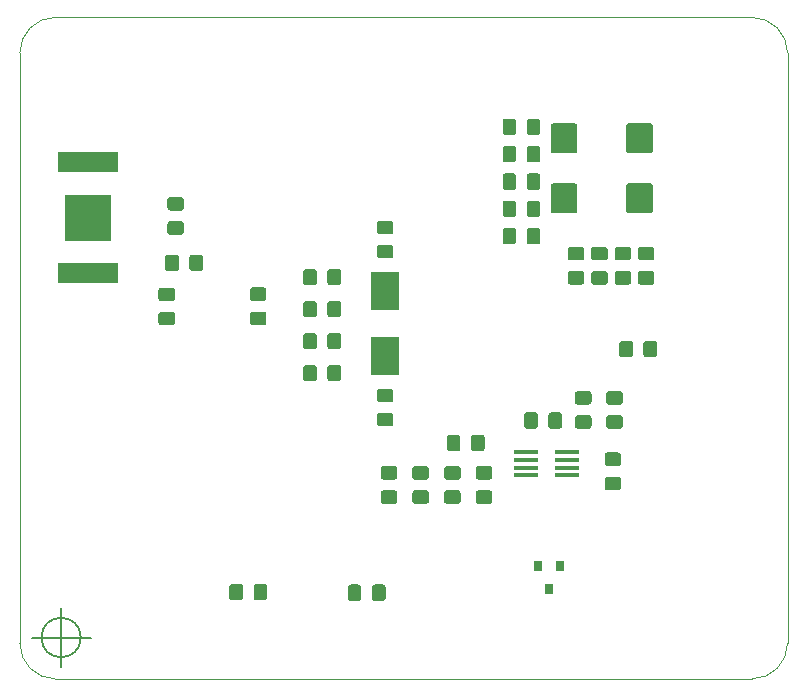
<source format=gbr>
G04 #@! TF.GenerationSoftware,KiCad,Pcbnew,(5.1.5-0-10_14)*
G04 #@! TF.CreationDate,2020-08-15T14:14:15-04:00*
G04 #@! TF.ProjectId,Mimosa-Power-Hat,4d696d6f-7361-42d5-906f-7765722d4861,rev?*
G04 #@! TF.SameCoordinates,PX4e3d4c0PY6c12040*
G04 #@! TF.FileFunction,Paste,Bot*
G04 #@! TF.FilePolarity,Positive*
%FSLAX46Y46*%
G04 Gerber Fmt 4.6, Leading zero omitted, Abs format (unit mm)*
G04 Created by KiCad (PCBNEW (5.1.5-0-10_14)) date 2020-08-15 14:14:15*
%MOMM*%
%LPD*%
G04 APERTURE LIST*
%ADD10C,0.150000*%
%ADD11C,0.100000*%
%ADD12R,0.800000X0.900000*%
%ADD13R,2.400000X3.325000*%
%ADD14R,3.960000X3.960000*%
%ADD15R,5.080000X1.780000*%
%ADD16R,2.000000X0.400000*%
G04 APERTURE END LIST*
D10*
X1666666Y0D02*
G75*
G03X1666666Y0I-1666666J0D01*
G01*
X-2500000Y0D02*
X2500000Y0D01*
X0Y2500000D02*
X0Y-2500000D01*
D11*
X-3493644Y49502389D02*
X-3493644Y-497611D01*
X-3493644Y49502389D02*
G75*
G02X-493644Y52502389I3000000J0D01*
G01*
X58506356Y52502389D02*
X-493644Y52502389D01*
X58506356Y52502389D02*
G75*
G02X61506356Y49502389I0J-3000000D01*
G01*
X61506351Y-502847D02*
X61506356Y49502389D01*
X-493644Y-3497611D02*
G75*
G02X-3493644Y-497611I0J3000000D01*
G01*
X-493644Y-3497611D02*
X58506356Y-3497611D01*
X61506351Y-502847D02*
G75*
G02X58506356Y-3497611I-2999995J5236D01*
G01*
D12*
X41310000Y4070000D03*
X42260000Y6070000D03*
X40360000Y6070000D03*
D11*
G36*
X21424505Y28505463D02*
G01*
X21448773Y28501863D01*
X21472572Y28495902D01*
X21495671Y28487637D01*
X21517850Y28477147D01*
X21538893Y28464535D01*
X21558599Y28449920D01*
X21576777Y28433444D01*
X21593253Y28415266D01*
X21607868Y28395560D01*
X21620480Y28374517D01*
X21630970Y28352338D01*
X21639235Y28329239D01*
X21645196Y28305440D01*
X21648796Y28281172D01*
X21650000Y28256668D01*
X21650000Y27356666D01*
X21648796Y27332162D01*
X21645196Y27307894D01*
X21639235Y27284095D01*
X21630970Y27260996D01*
X21620480Y27238817D01*
X21607868Y27217774D01*
X21593253Y27198068D01*
X21576777Y27179890D01*
X21558599Y27163414D01*
X21538893Y27148799D01*
X21517850Y27136187D01*
X21495671Y27125697D01*
X21472572Y27117432D01*
X21448773Y27111471D01*
X21424505Y27107871D01*
X21400001Y27106667D01*
X20749999Y27106667D01*
X20725495Y27107871D01*
X20701227Y27111471D01*
X20677428Y27117432D01*
X20654329Y27125697D01*
X20632150Y27136187D01*
X20611107Y27148799D01*
X20591401Y27163414D01*
X20573223Y27179890D01*
X20556747Y27198068D01*
X20542132Y27217774D01*
X20529520Y27238817D01*
X20519030Y27260996D01*
X20510765Y27284095D01*
X20504804Y27307894D01*
X20501204Y27332162D01*
X20500000Y27356666D01*
X20500000Y28256668D01*
X20501204Y28281172D01*
X20504804Y28305440D01*
X20510765Y28329239D01*
X20519030Y28352338D01*
X20529520Y28374517D01*
X20542132Y28395560D01*
X20556747Y28415266D01*
X20573223Y28433444D01*
X20591401Y28449920D01*
X20611107Y28464535D01*
X20632150Y28477147D01*
X20654329Y28487637D01*
X20677428Y28495902D01*
X20701227Y28501863D01*
X20725495Y28505463D01*
X20749999Y28506667D01*
X21400001Y28506667D01*
X21424505Y28505463D01*
G37*
G36*
X23474505Y28505463D02*
G01*
X23498773Y28501863D01*
X23522572Y28495902D01*
X23545671Y28487637D01*
X23567850Y28477147D01*
X23588893Y28464535D01*
X23608599Y28449920D01*
X23626777Y28433444D01*
X23643253Y28415266D01*
X23657868Y28395560D01*
X23670480Y28374517D01*
X23680970Y28352338D01*
X23689235Y28329239D01*
X23695196Y28305440D01*
X23698796Y28281172D01*
X23700000Y28256668D01*
X23700000Y27356666D01*
X23698796Y27332162D01*
X23695196Y27307894D01*
X23689235Y27284095D01*
X23680970Y27260996D01*
X23670480Y27238817D01*
X23657868Y27217774D01*
X23643253Y27198068D01*
X23626777Y27179890D01*
X23608599Y27163414D01*
X23588893Y27148799D01*
X23567850Y27136187D01*
X23545671Y27125697D01*
X23522572Y27117432D01*
X23498773Y27111471D01*
X23474505Y27107871D01*
X23450001Y27106667D01*
X22799999Y27106667D01*
X22775495Y27107871D01*
X22751227Y27111471D01*
X22727428Y27117432D01*
X22704329Y27125697D01*
X22682150Y27136187D01*
X22661107Y27148799D01*
X22641401Y27163414D01*
X22623223Y27179890D01*
X22606747Y27198068D01*
X22592132Y27217774D01*
X22579520Y27238817D01*
X22569030Y27260996D01*
X22560765Y27284095D01*
X22554804Y27307894D01*
X22551204Y27332162D01*
X22550000Y27356666D01*
X22550000Y28256668D01*
X22551204Y28281172D01*
X22554804Y28305440D01*
X22560765Y28329239D01*
X22569030Y28352338D01*
X22579520Y28374517D01*
X22592132Y28395560D01*
X22606747Y28415266D01*
X22623223Y28433444D01*
X22641401Y28449920D01*
X22661107Y28464535D01*
X22682150Y28477147D01*
X22704329Y28487637D01*
X22727428Y28495902D01*
X22751227Y28501863D01*
X22775495Y28505463D01*
X22799999Y28506667D01*
X23450001Y28506667D01*
X23474505Y28505463D01*
G37*
G36*
X21424505Y25796130D02*
G01*
X21448773Y25792530D01*
X21472572Y25786569D01*
X21495671Y25778304D01*
X21517850Y25767814D01*
X21538893Y25755202D01*
X21558599Y25740587D01*
X21576777Y25724111D01*
X21593253Y25705933D01*
X21607868Y25686227D01*
X21620480Y25665184D01*
X21630970Y25643005D01*
X21639235Y25619906D01*
X21645196Y25596107D01*
X21648796Y25571839D01*
X21650000Y25547335D01*
X21650000Y24647333D01*
X21648796Y24622829D01*
X21645196Y24598561D01*
X21639235Y24574762D01*
X21630970Y24551663D01*
X21620480Y24529484D01*
X21607868Y24508441D01*
X21593253Y24488735D01*
X21576777Y24470557D01*
X21558599Y24454081D01*
X21538893Y24439466D01*
X21517850Y24426854D01*
X21495671Y24416364D01*
X21472572Y24408099D01*
X21448773Y24402138D01*
X21424505Y24398538D01*
X21400001Y24397334D01*
X20749999Y24397334D01*
X20725495Y24398538D01*
X20701227Y24402138D01*
X20677428Y24408099D01*
X20654329Y24416364D01*
X20632150Y24426854D01*
X20611107Y24439466D01*
X20591401Y24454081D01*
X20573223Y24470557D01*
X20556747Y24488735D01*
X20542132Y24508441D01*
X20529520Y24529484D01*
X20519030Y24551663D01*
X20510765Y24574762D01*
X20504804Y24598561D01*
X20501204Y24622829D01*
X20500000Y24647333D01*
X20500000Y25547335D01*
X20501204Y25571839D01*
X20504804Y25596107D01*
X20510765Y25619906D01*
X20519030Y25643005D01*
X20529520Y25665184D01*
X20542132Y25686227D01*
X20556747Y25705933D01*
X20573223Y25724111D01*
X20591401Y25740587D01*
X20611107Y25755202D01*
X20632150Y25767814D01*
X20654329Y25778304D01*
X20677428Y25786569D01*
X20701227Y25792530D01*
X20725495Y25796130D01*
X20749999Y25797334D01*
X21400001Y25797334D01*
X21424505Y25796130D01*
G37*
G36*
X23474505Y25796130D02*
G01*
X23498773Y25792530D01*
X23522572Y25786569D01*
X23545671Y25778304D01*
X23567850Y25767814D01*
X23588893Y25755202D01*
X23608599Y25740587D01*
X23626777Y25724111D01*
X23643253Y25705933D01*
X23657868Y25686227D01*
X23670480Y25665184D01*
X23680970Y25643005D01*
X23689235Y25619906D01*
X23695196Y25596107D01*
X23698796Y25571839D01*
X23700000Y25547335D01*
X23700000Y24647333D01*
X23698796Y24622829D01*
X23695196Y24598561D01*
X23689235Y24574762D01*
X23680970Y24551663D01*
X23670480Y24529484D01*
X23657868Y24508441D01*
X23643253Y24488735D01*
X23626777Y24470557D01*
X23608599Y24454081D01*
X23588893Y24439466D01*
X23567850Y24426854D01*
X23545671Y24416364D01*
X23522572Y24408099D01*
X23498773Y24402138D01*
X23474505Y24398538D01*
X23450001Y24397334D01*
X22799999Y24397334D01*
X22775495Y24398538D01*
X22751227Y24402138D01*
X22727428Y24408099D01*
X22704329Y24416364D01*
X22682150Y24426854D01*
X22661107Y24439466D01*
X22641401Y24454081D01*
X22623223Y24470557D01*
X22606747Y24488735D01*
X22592132Y24508441D01*
X22579520Y24529484D01*
X22569030Y24551663D01*
X22560765Y24574762D01*
X22554804Y24598561D01*
X22551204Y24622829D01*
X22550000Y24647333D01*
X22550000Y25547335D01*
X22551204Y25571839D01*
X22554804Y25596107D01*
X22560765Y25619906D01*
X22569030Y25643005D01*
X22579520Y25665184D01*
X22592132Y25686227D01*
X22606747Y25705933D01*
X22623223Y25724111D01*
X22641401Y25740587D01*
X22661107Y25755202D01*
X22682150Y25767814D01*
X22704329Y25778304D01*
X22727428Y25786569D01*
X22751227Y25792530D01*
X22775495Y25796130D01*
X22799999Y25797334D01*
X23450001Y25797334D01*
X23474505Y25796130D01*
G37*
G36*
X21424505Y23086796D02*
G01*
X21448773Y23083196D01*
X21472572Y23077235D01*
X21495671Y23068970D01*
X21517850Y23058480D01*
X21538893Y23045868D01*
X21558599Y23031253D01*
X21576777Y23014777D01*
X21593253Y22996599D01*
X21607868Y22976893D01*
X21620480Y22955850D01*
X21630970Y22933671D01*
X21639235Y22910572D01*
X21645196Y22886773D01*
X21648796Y22862505D01*
X21650000Y22838001D01*
X21650000Y21937999D01*
X21648796Y21913495D01*
X21645196Y21889227D01*
X21639235Y21865428D01*
X21630970Y21842329D01*
X21620480Y21820150D01*
X21607868Y21799107D01*
X21593253Y21779401D01*
X21576777Y21761223D01*
X21558599Y21744747D01*
X21538893Y21730132D01*
X21517850Y21717520D01*
X21495671Y21707030D01*
X21472572Y21698765D01*
X21448773Y21692804D01*
X21424505Y21689204D01*
X21400001Y21688000D01*
X20749999Y21688000D01*
X20725495Y21689204D01*
X20701227Y21692804D01*
X20677428Y21698765D01*
X20654329Y21707030D01*
X20632150Y21717520D01*
X20611107Y21730132D01*
X20591401Y21744747D01*
X20573223Y21761223D01*
X20556747Y21779401D01*
X20542132Y21799107D01*
X20529520Y21820150D01*
X20519030Y21842329D01*
X20510765Y21865428D01*
X20504804Y21889227D01*
X20501204Y21913495D01*
X20500000Y21937999D01*
X20500000Y22838001D01*
X20501204Y22862505D01*
X20504804Y22886773D01*
X20510765Y22910572D01*
X20519030Y22933671D01*
X20529520Y22955850D01*
X20542132Y22976893D01*
X20556747Y22996599D01*
X20573223Y23014777D01*
X20591401Y23031253D01*
X20611107Y23045868D01*
X20632150Y23058480D01*
X20654329Y23068970D01*
X20677428Y23077235D01*
X20701227Y23083196D01*
X20725495Y23086796D01*
X20749999Y23088000D01*
X21400001Y23088000D01*
X21424505Y23086796D01*
G37*
G36*
X23474505Y23086796D02*
G01*
X23498773Y23083196D01*
X23522572Y23077235D01*
X23545671Y23068970D01*
X23567850Y23058480D01*
X23588893Y23045868D01*
X23608599Y23031253D01*
X23626777Y23014777D01*
X23643253Y22996599D01*
X23657868Y22976893D01*
X23670480Y22955850D01*
X23680970Y22933671D01*
X23689235Y22910572D01*
X23695196Y22886773D01*
X23698796Y22862505D01*
X23700000Y22838001D01*
X23700000Y21937999D01*
X23698796Y21913495D01*
X23695196Y21889227D01*
X23689235Y21865428D01*
X23680970Y21842329D01*
X23670480Y21820150D01*
X23657868Y21799107D01*
X23643253Y21779401D01*
X23626777Y21761223D01*
X23608599Y21744747D01*
X23588893Y21730132D01*
X23567850Y21717520D01*
X23545671Y21707030D01*
X23522572Y21698765D01*
X23498773Y21692804D01*
X23474505Y21689204D01*
X23450001Y21688000D01*
X22799999Y21688000D01*
X22775495Y21689204D01*
X22751227Y21692804D01*
X22727428Y21698765D01*
X22704329Y21707030D01*
X22682150Y21717520D01*
X22661107Y21730132D01*
X22641401Y21744747D01*
X22623223Y21761223D01*
X22606747Y21779401D01*
X22592132Y21799107D01*
X22579520Y21820150D01*
X22569030Y21842329D01*
X22560765Y21865428D01*
X22554804Y21889227D01*
X22551204Y21913495D01*
X22550000Y21937999D01*
X22550000Y22838001D01*
X22551204Y22862505D01*
X22554804Y22886773D01*
X22560765Y22910572D01*
X22569030Y22933671D01*
X22579520Y22955850D01*
X22592132Y22976893D01*
X22606747Y22996599D01*
X22623223Y23014777D01*
X22641401Y23031253D01*
X22661107Y23045868D01*
X22682150Y23058480D01*
X22704329Y23068970D01*
X22727428Y23077235D01*
X22751227Y23083196D01*
X22775495Y23086796D01*
X22799999Y23088000D01*
X23450001Y23088000D01*
X23474505Y23086796D01*
G37*
G36*
X50234505Y25118796D02*
G01*
X50258773Y25115196D01*
X50282572Y25109235D01*
X50305671Y25100970D01*
X50327850Y25090480D01*
X50348893Y25077868D01*
X50368599Y25063253D01*
X50386777Y25046777D01*
X50403253Y25028599D01*
X50417868Y25008893D01*
X50430480Y24987850D01*
X50440970Y24965671D01*
X50449235Y24942572D01*
X50455196Y24918773D01*
X50458796Y24894505D01*
X50460000Y24870001D01*
X50460000Y23969999D01*
X50458796Y23945495D01*
X50455196Y23921227D01*
X50449235Y23897428D01*
X50440970Y23874329D01*
X50430480Y23852150D01*
X50417868Y23831107D01*
X50403253Y23811401D01*
X50386777Y23793223D01*
X50368599Y23776747D01*
X50348893Y23762132D01*
X50327850Y23749520D01*
X50305671Y23739030D01*
X50282572Y23730765D01*
X50258773Y23724804D01*
X50234505Y23721204D01*
X50210001Y23720000D01*
X49559999Y23720000D01*
X49535495Y23721204D01*
X49511227Y23724804D01*
X49487428Y23730765D01*
X49464329Y23739030D01*
X49442150Y23749520D01*
X49421107Y23762132D01*
X49401401Y23776747D01*
X49383223Y23793223D01*
X49366747Y23811401D01*
X49352132Y23831107D01*
X49339520Y23852150D01*
X49329030Y23874329D01*
X49320765Y23897428D01*
X49314804Y23921227D01*
X49311204Y23945495D01*
X49310000Y23969999D01*
X49310000Y24870001D01*
X49311204Y24894505D01*
X49314804Y24918773D01*
X49320765Y24942572D01*
X49329030Y24965671D01*
X49339520Y24987850D01*
X49352132Y25008893D01*
X49366747Y25028599D01*
X49383223Y25046777D01*
X49401401Y25063253D01*
X49421107Y25077868D01*
X49442150Y25090480D01*
X49464329Y25100970D01*
X49487428Y25109235D01*
X49511227Y25115196D01*
X49535495Y25118796D01*
X49559999Y25120000D01*
X50210001Y25120000D01*
X50234505Y25118796D01*
G37*
G36*
X48184505Y25118796D02*
G01*
X48208773Y25115196D01*
X48232572Y25109235D01*
X48255671Y25100970D01*
X48277850Y25090480D01*
X48298893Y25077868D01*
X48318599Y25063253D01*
X48336777Y25046777D01*
X48353253Y25028599D01*
X48367868Y25008893D01*
X48380480Y24987850D01*
X48390970Y24965671D01*
X48399235Y24942572D01*
X48405196Y24918773D01*
X48408796Y24894505D01*
X48410000Y24870001D01*
X48410000Y23969999D01*
X48408796Y23945495D01*
X48405196Y23921227D01*
X48399235Y23897428D01*
X48390970Y23874329D01*
X48380480Y23852150D01*
X48367868Y23831107D01*
X48353253Y23811401D01*
X48336777Y23793223D01*
X48318599Y23776747D01*
X48298893Y23762132D01*
X48277850Y23749520D01*
X48255671Y23739030D01*
X48232572Y23730765D01*
X48208773Y23724804D01*
X48184505Y23721204D01*
X48160001Y23720000D01*
X47509999Y23720000D01*
X47485495Y23721204D01*
X47461227Y23724804D01*
X47437428Y23730765D01*
X47414329Y23739030D01*
X47392150Y23749520D01*
X47371107Y23762132D01*
X47351401Y23776747D01*
X47333223Y23793223D01*
X47316747Y23811401D01*
X47302132Y23831107D01*
X47289520Y23852150D01*
X47279030Y23874329D01*
X47270765Y23897428D01*
X47264804Y23921227D01*
X47261204Y23945495D01*
X47260000Y23969999D01*
X47260000Y24870001D01*
X47261204Y24894505D01*
X47264804Y24918773D01*
X47270765Y24942572D01*
X47279030Y24965671D01*
X47289520Y24987850D01*
X47302132Y25008893D01*
X47316747Y25028599D01*
X47333223Y25046777D01*
X47351401Y25063253D01*
X47371107Y25077868D01*
X47392150Y25090480D01*
X47414329Y25100970D01*
X47437428Y25109235D01*
X47461227Y25115196D01*
X47485495Y25118796D01*
X47509999Y25120000D01*
X48160001Y25120000D01*
X48184505Y25118796D01*
G37*
G36*
X33601171Y12468796D02*
G01*
X33625439Y12465196D01*
X33649238Y12459235D01*
X33672337Y12450970D01*
X33694516Y12440480D01*
X33715559Y12427868D01*
X33735265Y12413253D01*
X33753443Y12396777D01*
X33769919Y12378599D01*
X33784534Y12358893D01*
X33797146Y12337850D01*
X33807636Y12315671D01*
X33815901Y12292572D01*
X33821862Y12268773D01*
X33825462Y12244505D01*
X33826666Y12220001D01*
X33826666Y11569999D01*
X33825462Y11545495D01*
X33821862Y11521227D01*
X33815901Y11497428D01*
X33807636Y11474329D01*
X33797146Y11452150D01*
X33784534Y11431107D01*
X33769919Y11411401D01*
X33753443Y11393223D01*
X33735265Y11376747D01*
X33715559Y11362132D01*
X33694516Y11349520D01*
X33672337Y11339030D01*
X33649238Y11330765D01*
X33625439Y11324804D01*
X33601171Y11321204D01*
X33576667Y11320000D01*
X32676665Y11320000D01*
X32652161Y11321204D01*
X32627893Y11324804D01*
X32604094Y11330765D01*
X32580995Y11339030D01*
X32558816Y11349520D01*
X32537773Y11362132D01*
X32518067Y11376747D01*
X32499889Y11393223D01*
X32483413Y11411401D01*
X32468798Y11431107D01*
X32456186Y11452150D01*
X32445696Y11474329D01*
X32437431Y11497428D01*
X32431470Y11521227D01*
X32427870Y11545495D01*
X32426666Y11569999D01*
X32426666Y12220001D01*
X32427870Y12244505D01*
X32431470Y12268773D01*
X32437431Y12292572D01*
X32445696Y12315671D01*
X32456186Y12337850D01*
X32468798Y12358893D01*
X32483413Y12378599D01*
X32499889Y12396777D01*
X32518067Y12413253D01*
X32537773Y12427868D01*
X32558816Y12440480D01*
X32580995Y12450970D01*
X32604094Y12459235D01*
X32627893Y12465196D01*
X32652161Y12468796D01*
X32676665Y12470000D01*
X33576667Y12470000D01*
X33601171Y12468796D01*
G37*
G36*
X33601171Y14518796D02*
G01*
X33625439Y14515196D01*
X33649238Y14509235D01*
X33672337Y14500970D01*
X33694516Y14490480D01*
X33715559Y14477868D01*
X33735265Y14463253D01*
X33753443Y14446777D01*
X33769919Y14428599D01*
X33784534Y14408893D01*
X33797146Y14387850D01*
X33807636Y14365671D01*
X33815901Y14342572D01*
X33821862Y14318773D01*
X33825462Y14294505D01*
X33826666Y14270001D01*
X33826666Y13619999D01*
X33825462Y13595495D01*
X33821862Y13571227D01*
X33815901Y13547428D01*
X33807636Y13524329D01*
X33797146Y13502150D01*
X33784534Y13481107D01*
X33769919Y13461401D01*
X33753443Y13443223D01*
X33735265Y13426747D01*
X33715559Y13412132D01*
X33694516Y13399520D01*
X33672337Y13389030D01*
X33649238Y13380765D01*
X33625439Y13374804D01*
X33601171Y13371204D01*
X33576667Y13370000D01*
X32676665Y13370000D01*
X32652161Y13371204D01*
X32627893Y13374804D01*
X32604094Y13380765D01*
X32580995Y13389030D01*
X32558816Y13399520D01*
X32537773Y13412132D01*
X32518067Y13426747D01*
X32499889Y13443223D01*
X32483413Y13461401D01*
X32468798Y13481107D01*
X32456186Y13502150D01*
X32445696Y13524329D01*
X32437431Y13547428D01*
X32431470Y13571227D01*
X32427870Y13595495D01*
X32426666Y13619999D01*
X32426666Y14270001D01*
X32427870Y14294505D01*
X32431470Y14318773D01*
X32437431Y14342572D01*
X32445696Y14365671D01*
X32456186Y14387850D01*
X32468798Y14408893D01*
X32483413Y14428599D01*
X32499889Y14446777D01*
X32518067Y14463253D01*
X32537773Y14477868D01*
X32558816Y14490480D01*
X32580995Y14500970D01*
X32604094Y14509235D01*
X32627893Y14515196D01*
X32652161Y14518796D01*
X32676665Y14520000D01*
X33576667Y14520000D01*
X33601171Y14518796D01*
G37*
G36*
X30917838Y12468796D02*
G01*
X30942106Y12465196D01*
X30965905Y12459235D01*
X30989004Y12450970D01*
X31011183Y12440480D01*
X31032226Y12427868D01*
X31051932Y12413253D01*
X31070110Y12396777D01*
X31086586Y12378599D01*
X31101201Y12358893D01*
X31113813Y12337850D01*
X31124303Y12315671D01*
X31132568Y12292572D01*
X31138529Y12268773D01*
X31142129Y12244505D01*
X31143333Y12220001D01*
X31143333Y11569999D01*
X31142129Y11545495D01*
X31138529Y11521227D01*
X31132568Y11497428D01*
X31124303Y11474329D01*
X31113813Y11452150D01*
X31101201Y11431107D01*
X31086586Y11411401D01*
X31070110Y11393223D01*
X31051932Y11376747D01*
X31032226Y11362132D01*
X31011183Y11349520D01*
X30989004Y11339030D01*
X30965905Y11330765D01*
X30942106Y11324804D01*
X30917838Y11321204D01*
X30893334Y11320000D01*
X29993332Y11320000D01*
X29968828Y11321204D01*
X29944560Y11324804D01*
X29920761Y11330765D01*
X29897662Y11339030D01*
X29875483Y11349520D01*
X29854440Y11362132D01*
X29834734Y11376747D01*
X29816556Y11393223D01*
X29800080Y11411401D01*
X29785465Y11431107D01*
X29772853Y11452150D01*
X29762363Y11474329D01*
X29754098Y11497428D01*
X29748137Y11521227D01*
X29744537Y11545495D01*
X29743333Y11569999D01*
X29743333Y12220001D01*
X29744537Y12244505D01*
X29748137Y12268773D01*
X29754098Y12292572D01*
X29762363Y12315671D01*
X29772853Y12337850D01*
X29785465Y12358893D01*
X29800080Y12378599D01*
X29816556Y12396777D01*
X29834734Y12413253D01*
X29854440Y12427868D01*
X29875483Y12440480D01*
X29897662Y12450970D01*
X29920761Y12459235D01*
X29944560Y12465196D01*
X29968828Y12468796D01*
X29993332Y12470000D01*
X30893334Y12470000D01*
X30917838Y12468796D01*
G37*
G36*
X30917838Y14518796D02*
G01*
X30942106Y14515196D01*
X30965905Y14509235D01*
X30989004Y14500970D01*
X31011183Y14490480D01*
X31032226Y14477868D01*
X31051932Y14463253D01*
X31070110Y14446777D01*
X31086586Y14428599D01*
X31101201Y14408893D01*
X31113813Y14387850D01*
X31124303Y14365671D01*
X31132568Y14342572D01*
X31138529Y14318773D01*
X31142129Y14294505D01*
X31143333Y14270001D01*
X31143333Y13619999D01*
X31142129Y13595495D01*
X31138529Y13571227D01*
X31132568Y13547428D01*
X31124303Y13524329D01*
X31113813Y13502150D01*
X31101201Y13481107D01*
X31086586Y13461401D01*
X31070110Y13443223D01*
X31051932Y13426747D01*
X31032226Y13412132D01*
X31011183Y13399520D01*
X30989004Y13389030D01*
X30965905Y13380765D01*
X30942106Y13374804D01*
X30917838Y13371204D01*
X30893334Y13370000D01*
X29993332Y13370000D01*
X29968828Y13371204D01*
X29944560Y13374804D01*
X29920761Y13380765D01*
X29897662Y13389030D01*
X29875483Y13399520D01*
X29854440Y13412132D01*
X29834734Y13426747D01*
X29816556Y13443223D01*
X29800080Y13461401D01*
X29785465Y13481107D01*
X29772853Y13502150D01*
X29762363Y13524329D01*
X29754098Y13547428D01*
X29748137Y13571227D01*
X29744537Y13595495D01*
X29743333Y13619999D01*
X29743333Y14270001D01*
X29744537Y14294505D01*
X29748137Y14318773D01*
X29754098Y14342572D01*
X29762363Y14365671D01*
X29772853Y14387850D01*
X29785465Y14408893D01*
X29800080Y14428599D01*
X29816556Y14446777D01*
X29834734Y14463253D01*
X29854440Y14477868D01*
X29875483Y14490480D01*
X29897662Y14500970D01*
X29920761Y14509235D01*
X29944560Y14515196D01*
X29968828Y14518796D01*
X29993332Y14520000D01*
X30893334Y14520000D01*
X30917838Y14518796D01*
G37*
G36*
X27244805Y4488916D02*
G01*
X27269073Y4485316D01*
X27292872Y4479355D01*
X27315971Y4471090D01*
X27338150Y4460600D01*
X27359193Y4447988D01*
X27378899Y4433373D01*
X27397077Y4416897D01*
X27413553Y4398719D01*
X27428168Y4379013D01*
X27440780Y4357970D01*
X27451270Y4335791D01*
X27459535Y4312692D01*
X27465496Y4288893D01*
X27469096Y4264625D01*
X27470300Y4240121D01*
X27470300Y3340119D01*
X27469096Y3315615D01*
X27465496Y3291347D01*
X27459535Y3267548D01*
X27451270Y3244449D01*
X27440780Y3222270D01*
X27428168Y3201227D01*
X27413553Y3181521D01*
X27397077Y3163343D01*
X27378899Y3146867D01*
X27359193Y3132252D01*
X27338150Y3119640D01*
X27315971Y3109150D01*
X27292872Y3100885D01*
X27269073Y3094924D01*
X27244805Y3091324D01*
X27220301Y3090120D01*
X26570299Y3090120D01*
X26545795Y3091324D01*
X26521527Y3094924D01*
X26497728Y3100885D01*
X26474629Y3109150D01*
X26452450Y3119640D01*
X26431407Y3132252D01*
X26411701Y3146867D01*
X26393523Y3163343D01*
X26377047Y3181521D01*
X26362432Y3201227D01*
X26349820Y3222270D01*
X26339330Y3244449D01*
X26331065Y3267548D01*
X26325104Y3291347D01*
X26321504Y3315615D01*
X26320300Y3340119D01*
X26320300Y4240121D01*
X26321504Y4264625D01*
X26325104Y4288893D01*
X26331065Y4312692D01*
X26339330Y4335791D01*
X26349820Y4357970D01*
X26362432Y4379013D01*
X26377047Y4398719D01*
X26393523Y4416897D01*
X26411701Y4433373D01*
X26431407Y4447988D01*
X26452450Y4460600D01*
X26474629Y4471090D01*
X26497728Y4479355D01*
X26521527Y4485316D01*
X26545795Y4488916D01*
X26570299Y4490120D01*
X27220301Y4490120D01*
X27244805Y4488916D01*
G37*
G36*
X25194805Y4488916D02*
G01*
X25219073Y4485316D01*
X25242872Y4479355D01*
X25265971Y4471090D01*
X25288150Y4460600D01*
X25309193Y4447988D01*
X25328899Y4433373D01*
X25347077Y4416897D01*
X25363553Y4398719D01*
X25378168Y4379013D01*
X25390780Y4357970D01*
X25401270Y4335791D01*
X25409535Y4312692D01*
X25415496Y4288893D01*
X25419096Y4264625D01*
X25420300Y4240121D01*
X25420300Y3340119D01*
X25419096Y3315615D01*
X25415496Y3291347D01*
X25409535Y3267548D01*
X25401270Y3244449D01*
X25390780Y3222270D01*
X25378168Y3201227D01*
X25363553Y3181521D01*
X25347077Y3163343D01*
X25328899Y3146867D01*
X25309193Y3132252D01*
X25288150Y3119640D01*
X25265971Y3109150D01*
X25242872Y3100885D01*
X25219073Y3094924D01*
X25194805Y3091324D01*
X25170301Y3090120D01*
X24520299Y3090120D01*
X24495795Y3091324D01*
X24471527Y3094924D01*
X24447728Y3100885D01*
X24424629Y3109150D01*
X24402450Y3119640D01*
X24381407Y3132252D01*
X24361701Y3146867D01*
X24343523Y3163343D01*
X24327047Y3181521D01*
X24312432Y3201227D01*
X24299820Y3222270D01*
X24289330Y3244449D01*
X24281065Y3267548D01*
X24275104Y3291347D01*
X24271504Y3315615D01*
X24270300Y3340119D01*
X24270300Y4240121D01*
X24271504Y4264625D01*
X24275104Y4288893D01*
X24281065Y4312692D01*
X24289330Y4335791D01*
X24299820Y4357970D01*
X24312432Y4379013D01*
X24327047Y4398719D01*
X24343523Y4416897D01*
X24361701Y4433373D01*
X24381407Y4447988D01*
X24402450Y4460600D01*
X24424629Y4471090D01*
X24447728Y4479355D01*
X24471527Y4485316D01*
X24495795Y4488916D01*
X24520299Y4490120D01*
X25170301Y4490120D01*
X25194805Y4488916D01*
G37*
G36*
X21424505Y31214796D02*
G01*
X21448773Y31211196D01*
X21472572Y31205235D01*
X21495671Y31196970D01*
X21517850Y31186480D01*
X21538893Y31173868D01*
X21558599Y31159253D01*
X21576777Y31142777D01*
X21593253Y31124599D01*
X21607868Y31104893D01*
X21620480Y31083850D01*
X21630970Y31061671D01*
X21639235Y31038572D01*
X21645196Y31014773D01*
X21648796Y30990505D01*
X21650000Y30966001D01*
X21650000Y30065999D01*
X21648796Y30041495D01*
X21645196Y30017227D01*
X21639235Y29993428D01*
X21630970Y29970329D01*
X21620480Y29948150D01*
X21607868Y29927107D01*
X21593253Y29907401D01*
X21576777Y29889223D01*
X21558599Y29872747D01*
X21538893Y29858132D01*
X21517850Y29845520D01*
X21495671Y29835030D01*
X21472572Y29826765D01*
X21448773Y29820804D01*
X21424505Y29817204D01*
X21400001Y29816000D01*
X20749999Y29816000D01*
X20725495Y29817204D01*
X20701227Y29820804D01*
X20677428Y29826765D01*
X20654329Y29835030D01*
X20632150Y29845520D01*
X20611107Y29858132D01*
X20591401Y29872747D01*
X20573223Y29889223D01*
X20556747Y29907401D01*
X20542132Y29927107D01*
X20529520Y29948150D01*
X20519030Y29970329D01*
X20510765Y29993428D01*
X20504804Y30017227D01*
X20501204Y30041495D01*
X20500000Y30065999D01*
X20500000Y30966001D01*
X20501204Y30990505D01*
X20504804Y31014773D01*
X20510765Y31038572D01*
X20519030Y31061671D01*
X20529520Y31083850D01*
X20542132Y31104893D01*
X20556747Y31124599D01*
X20573223Y31142777D01*
X20591401Y31159253D01*
X20611107Y31173868D01*
X20632150Y31186480D01*
X20654329Y31196970D01*
X20677428Y31205235D01*
X20701227Y31211196D01*
X20725495Y31214796D01*
X20749999Y31216000D01*
X21400001Y31216000D01*
X21424505Y31214796D01*
G37*
G36*
X23474505Y31214796D02*
G01*
X23498773Y31211196D01*
X23522572Y31205235D01*
X23545671Y31196970D01*
X23567850Y31186480D01*
X23588893Y31173868D01*
X23608599Y31159253D01*
X23626777Y31142777D01*
X23643253Y31124599D01*
X23657868Y31104893D01*
X23670480Y31083850D01*
X23680970Y31061671D01*
X23689235Y31038572D01*
X23695196Y31014773D01*
X23698796Y30990505D01*
X23700000Y30966001D01*
X23700000Y30065999D01*
X23698796Y30041495D01*
X23695196Y30017227D01*
X23689235Y29993428D01*
X23680970Y29970329D01*
X23670480Y29948150D01*
X23657868Y29927107D01*
X23643253Y29907401D01*
X23626777Y29889223D01*
X23608599Y29872747D01*
X23588893Y29858132D01*
X23567850Y29845520D01*
X23545671Y29835030D01*
X23522572Y29826765D01*
X23498773Y29820804D01*
X23474505Y29817204D01*
X23450001Y29816000D01*
X22799999Y29816000D01*
X22775495Y29817204D01*
X22751227Y29820804D01*
X22727428Y29826765D01*
X22704329Y29835030D01*
X22682150Y29845520D01*
X22661107Y29858132D01*
X22641401Y29872747D01*
X22623223Y29889223D01*
X22606747Y29907401D01*
X22592132Y29927107D01*
X22579520Y29948150D01*
X22569030Y29970329D01*
X22560765Y29993428D01*
X22554804Y30017227D01*
X22551204Y30041495D01*
X22550000Y30065999D01*
X22550000Y30966001D01*
X22551204Y30990505D01*
X22554804Y31014773D01*
X22560765Y31038572D01*
X22569030Y31061671D01*
X22579520Y31083850D01*
X22592132Y31104893D01*
X22606747Y31124599D01*
X22623223Y31142777D01*
X22641401Y31159253D01*
X22661107Y31173868D01*
X22682150Y31186480D01*
X22704329Y31196970D01*
X22727428Y31205235D01*
X22751227Y31211196D01*
X22775495Y31214796D01*
X22799999Y31216000D01*
X23450001Y31216000D01*
X23474505Y31214796D01*
G37*
G36*
X17216885Y4539716D02*
G01*
X17241153Y4536116D01*
X17264952Y4530155D01*
X17288051Y4521890D01*
X17310230Y4511400D01*
X17331273Y4498788D01*
X17350979Y4484173D01*
X17369157Y4467697D01*
X17385633Y4449519D01*
X17400248Y4429813D01*
X17412860Y4408770D01*
X17423350Y4386591D01*
X17431615Y4363492D01*
X17437576Y4339693D01*
X17441176Y4315425D01*
X17442380Y4290921D01*
X17442380Y3390919D01*
X17441176Y3366415D01*
X17437576Y3342147D01*
X17431615Y3318348D01*
X17423350Y3295249D01*
X17412860Y3273070D01*
X17400248Y3252027D01*
X17385633Y3232321D01*
X17369157Y3214143D01*
X17350979Y3197667D01*
X17331273Y3183052D01*
X17310230Y3170440D01*
X17288051Y3159950D01*
X17264952Y3151685D01*
X17241153Y3145724D01*
X17216885Y3142124D01*
X17192381Y3140920D01*
X16542379Y3140920D01*
X16517875Y3142124D01*
X16493607Y3145724D01*
X16469808Y3151685D01*
X16446709Y3159950D01*
X16424530Y3170440D01*
X16403487Y3183052D01*
X16383781Y3197667D01*
X16365603Y3214143D01*
X16349127Y3232321D01*
X16334512Y3252027D01*
X16321900Y3273070D01*
X16311410Y3295249D01*
X16303145Y3318348D01*
X16297184Y3342147D01*
X16293584Y3366415D01*
X16292380Y3390919D01*
X16292380Y4290921D01*
X16293584Y4315425D01*
X16297184Y4339693D01*
X16303145Y4363492D01*
X16311410Y4386591D01*
X16321900Y4408770D01*
X16334512Y4429813D01*
X16349127Y4449519D01*
X16365603Y4467697D01*
X16383781Y4484173D01*
X16403487Y4498788D01*
X16424530Y4511400D01*
X16446709Y4521890D01*
X16469808Y4530155D01*
X16493607Y4536116D01*
X16517875Y4539716D01*
X16542379Y4540920D01*
X17192381Y4540920D01*
X17216885Y4539716D01*
G37*
G36*
X15166885Y4539716D02*
G01*
X15191153Y4536116D01*
X15214952Y4530155D01*
X15238051Y4521890D01*
X15260230Y4511400D01*
X15281273Y4498788D01*
X15300979Y4484173D01*
X15319157Y4467697D01*
X15335633Y4449519D01*
X15350248Y4429813D01*
X15362860Y4408770D01*
X15373350Y4386591D01*
X15381615Y4363492D01*
X15387576Y4339693D01*
X15391176Y4315425D01*
X15392380Y4290921D01*
X15392380Y3390919D01*
X15391176Y3366415D01*
X15387576Y3342147D01*
X15381615Y3318348D01*
X15373350Y3295249D01*
X15362860Y3273070D01*
X15350248Y3252027D01*
X15335633Y3232321D01*
X15319157Y3214143D01*
X15300979Y3197667D01*
X15281273Y3183052D01*
X15260230Y3170440D01*
X15238051Y3159950D01*
X15214952Y3151685D01*
X15191153Y3145724D01*
X15166885Y3142124D01*
X15142381Y3140920D01*
X14492379Y3140920D01*
X14467875Y3142124D01*
X14443607Y3145724D01*
X14419808Y3151685D01*
X14396709Y3159950D01*
X14374530Y3170440D01*
X14353487Y3183052D01*
X14333781Y3197667D01*
X14315603Y3214143D01*
X14299127Y3232321D01*
X14284512Y3252027D01*
X14271900Y3273070D01*
X14261410Y3295249D01*
X14253145Y3318348D01*
X14247184Y3342147D01*
X14243584Y3366415D01*
X14242380Y3390919D01*
X14242380Y4290921D01*
X14243584Y4315425D01*
X14247184Y4339693D01*
X14253145Y4363492D01*
X14261410Y4386591D01*
X14271900Y4408770D01*
X14284512Y4429813D01*
X14299127Y4449519D01*
X14315603Y4467697D01*
X14333781Y4484173D01*
X14353487Y4498788D01*
X14374530Y4511400D01*
X14396709Y4521890D01*
X14419808Y4530155D01*
X14443607Y4536116D01*
X14467875Y4539716D01*
X14492379Y4540920D01*
X15142381Y4540920D01*
X15166885Y4539716D01*
G37*
G36*
X40134505Y19068796D02*
G01*
X40158773Y19065196D01*
X40182572Y19059235D01*
X40205671Y19050970D01*
X40227850Y19040480D01*
X40248893Y19027868D01*
X40268599Y19013253D01*
X40286777Y18996777D01*
X40303253Y18978599D01*
X40317868Y18958893D01*
X40330480Y18937850D01*
X40340970Y18915671D01*
X40349235Y18892572D01*
X40355196Y18868773D01*
X40358796Y18844505D01*
X40360000Y18820001D01*
X40360000Y17919999D01*
X40358796Y17895495D01*
X40355196Y17871227D01*
X40349235Y17847428D01*
X40340970Y17824329D01*
X40330480Y17802150D01*
X40317868Y17781107D01*
X40303253Y17761401D01*
X40286777Y17743223D01*
X40268599Y17726747D01*
X40248893Y17712132D01*
X40227850Y17699520D01*
X40205671Y17689030D01*
X40182572Y17680765D01*
X40158773Y17674804D01*
X40134505Y17671204D01*
X40110001Y17670000D01*
X39459999Y17670000D01*
X39435495Y17671204D01*
X39411227Y17674804D01*
X39387428Y17680765D01*
X39364329Y17689030D01*
X39342150Y17699520D01*
X39321107Y17712132D01*
X39301401Y17726747D01*
X39283223Y17743223D01*
X39266747Y17761401D01*
X39252132Y17781107D01*
X39239520Y17802150D01*
X39229030Y17824329D01*
X39220765Y17847428D01*
X39214804Y17871227D01*
X39211204Y17895495D01*
X39210000Y17919999D01*
X39210000Y18820001D01*
X39211204Y18844505D01*
X39214804Y18868773D01*
X39220765Y18892572D01*
X39229030Y18915671D01*
X39239520Y18937850D01*
X39252132Y18958893D01*
X39266747Y18978599D01*
X39283223Y18996777D01*
X39301401Y19013253D01*
X39321107Y19027868D01*
X39342150Y19040480D01*
X39364329Y19050970D01*
X39387428Y19059235D01*
X39411227Y19065196D01*
X39435495Y19068796D01*
X39459999Y19070000D01*
X40110001Y19070000D01*
X40134505Y19068796D01*
G37*
G36*
X42184505Y19068796D02*
G01*
X42208773Y19065196D01*
X42232572Y19059235D01*
X42255671Y19050970D01*
X42277850Y19040480D01*
X42298893Y19027868D01*
X42318599Y19013253D01*
X42336777Y18996777D01*
X42353253Y18978599D01*
X42367868Y18958893D01*
X42380480Y18937850D01*
X42390970Y18915671D01*
X42399235Y18892572D01*
X42405196Y18868773D01*
X42408796Y18844505D01*
X42410000Y18820001D01*
X42410000Y17919999D01*
X42408796Y17895495D01*
X42405196Y17871227D01*
X42399235Y17847428D01*
X42390970Y17824329D01*
X42380480Y17802150D01*
X42367868Y17781107D01*
X42353253Y17761401D01*
X42336777Y17743223D01*
X42318599Y17726747D01*
X42298893Y17712132D01*
X42277850Y17699520D01*
X42255671Y17689030D01*
X42232572Y17680765D01*
X42208773Y17674804D01*
X42184505Y17671204D01*
X42160001Y17670000D01*
X41509999Y17670000D01*
X41485495Y17671204D01*
X41461227Y17674804D01*
X41437428Y17680765D01*
X41414329Y17689030D01*
X41392150Y17699520D01*
X41371107Y17712132D01*
X41351401Y17726747D01*
X41333223Y17743223D01*
X41316747Y17761401D01*
X41302132Y17781107D01*
X41289520Y17802150D01*
X41279030Y17824329D01*
X41270765Y17847428D01*
X41264804Y17871227D01*
X41261204Y17895495D01*
X41260000Y17919999D01*
X41260000Y18820001D01*
X41261204Y18844505D01*
X41264804Y18868773D01*
X41270765Y18892572D01*
X41279030Y18915671D01*
X41289520Y18937850D01*
X41302132Y18958893D01*
X41316747Y18978599D01*
X41333223Y18996777D01*
X41351401Y19013253D01*
X41371107Y19027868D01*
X41392150Y19040480D01*
X41414329Y19050970D01*
X41437428Y19059235D01*
X41461227Y19065196D01*
X41485495Y19068796D01*
X41509999Y19070000D01*
X42160001Y19070000D01*
X42184505Y19068796D01*
G37*
G36*
X44684505Y20868796D02*
G01*
X44708773Y20865196D01*
X44732572Y20859235D01*
X44755671Y20850970D01*
X44777850Y20840480D01*
X44798893Y20827868D01*
X44818599Y20813253D01*
X44836777Y20796777D01*
X44853253Y20778599D01*
X44867868Y20758893D01*
X44880480Y20737850D01*
X44890970Y20715671D01*
X44899235Y20692572D01*
X44905196Y20668773D01*
X44908796Y20644505D01*
X44910000Y20620001D01*
X44910000Y19969999D01*
X44908796Y19945495D01*
X44905196Y19921227D01*
X44899235Y19897428D01*
X44890970Y19874329D01*
X44880480Y19852150D01*
X44867868Y19831107D01*
X44853253Y19811401D01*
X44836777Y19793223D01*
X44818599Y19776747D01*
X44798893Y19762132D01*
X44777850Y19749520D01*
X44755671Y19739030D01*
X44732572Y19730765D01*
X44708773Y19724804D01*
X44684505Y19721204D01*
X44660001Y19720000D01*
X43759999Y19720000D01*
X43735495Y19721204D01*
X43711227Y19724804D01*
X43687428Y19730765D01*
X43664329Y19739030D01*
X43642150Y19749520D01*
X43621107Y19762132D01*
X43601401Y19776747D01*
X43583223Y19793223D01*
X43566747Y19811401D01*
X43552132Y19831107D01*
X43539520Y19852150D01*
X43529030Y19874329D01*
X43520765Y19897428D01*
X43514804Y19921227D01*
X43511204Y19945495D01*
X43510000Y19969999D01*
X43510000Y20620001D01*
X43511204Y20644505D01*
X43514804Y20668773D01*
X43520765Y20692572D01*
X43529030Y20715671D01*
X43539520Y20737850D01*
X43552132Y20758893D01*
X43566747Y20778599D01*
X43583223Y20796777D01*
X43601401Y20813253D01*
X43621107Y20827868D01*
X43642150Y20840480D01*
X43664329Y20850970D01*
X43687428Y20859235D01*
X43711227Y20865196D01*
X43735495Y20868796D01*
X43759999Y20870000D01*
X44660001Y20870000D01*
X44684505Y20868796D01*
G37*
G36*
X44684505Y18818796D02*
G01*
X44708773Y18815196D01*
X44732572Y18809235D01*
X44755671Y18800970D01*
X44777850Y18790480D01*
X44798893Y18777868D01*
X44818599Y18763253D01*
X44836777Y18746777D01*
X44853253Y18728599D01*
X44867868Y18708893D01*
X44880480Y18687850D01*
X44890970Y18665671D01*
X44899235Y18642572D01*
X44905196Y18618773D01*
X44908796Y18594505D01*
X44910000Y18570001D01*
X44910000Y17919999D01*
X44908796Y17895495D01*
X44905196Y17871227D01*
X44899235Y17847428D01*
X44890970Y17824329D01*
X44880480Y17802150D01*
X44867868Y17781107D01*
X44853253Y17761401D01*
X44836777Y17743223D01*
X44818599Y17726747D01*
X44798893Y17712132D01*
X44777850Y17699520D01*
X44755671Y17689030D01*
X44732572Y17680765D01*
X44708773Y17674804D01*
X44684505Y17671204D01*
X44660001Y17670000D01*
X43759999Y17670000D01*
X43735495Y17671204D01*
X43711227Y17674804D01*
X43687428Y17680765D01*
X43664329Y17689030D01*
X43642150Y17699520D01*
X43621107Y17712132D01*
X43601401Y17726747D01*
X43583223Y17743223D01*
X43566747Y17761401D01*
X43552132Y17781107D01*
X43539520Y17802150D01*
X43529030Y17824329D01*
X43520765Y17847428D01*
X43514804Y17871227D01*
X43511204Y17895495D01*
X43510000Y17919999D01*
X43510000Y18570001D01*
X43511204Y18594505D01*
X43514804Y18618773D01*
X43520765Y18642572D01*
X43529030Y18665671D01*
X43539520Y18687850D01*
X43552132Y18708893D01*
X43566747Y18728599D01*
X43583223Y18746777D01*
X43601401Y18763253D01*
X43621107Y18777868D01*
X43642150Y18790480D01*
X43664329Y18800970D01*
X43687428Y18809235D01*
X43711227Y18815196D01*
X43735495Y18818796D01*
X43759999Y18820000D01*
X44660001Y18820000D01*
X44684505Y18818796D01*
G37*
G36*
X27908505Y35289796D02*
G01*
X27932773Y35286196D01*
X27956572Y35280235D01*
X27979671Y35271970D01*
X28001850Y35261480D01*
X28022893Y35248868D01*
X28042599Y35234253D01*
X28060777Y35217777D01*
X28077253Y35199599D01*
X28091868Y35179893D01*
X28104480Y35158850D01*
X28114970Y35136671D01*
X28123235Y35113572D01*
X28129196Y35089773D01*
X28132796Y35065505D01*
X28134000Y35041001D01*
X28134000Y34390999D01*
X28132796Y34366495D01*
X28129196Y34342227D01*
X28123235Y34318428D01*
X28114970Y34295329D01*
X28104480Y34273150D01*
X28091868Y34252107D01*
X28077253Y34232401D01*
X28060777Y34214223D01*
X28042599Y34197747D01*
X28022893Y34183132D01*
X28001850Y34170520D01*
X27979671Y34160030D01*
X27956572Y34151765D01*
X27932773Y34145804D01*
X27908505Y34142204D01*
X27884001Y34141000D01*
X26983999Y34141000D01*
X26959495Y34142204D01*
X26935227Y34145804D01*
X26911428Y34151765D01*
X26888329Y34160030D01*
X26866150Y34170520D01*
X26845107Y34183132D01*
X26825401Y34197747D01*
X26807223Y34214223D01*
X26790747Y34232401D01*
X26776132Y34252107D01*
X26763520Y34273150D01*
X26753030Y34295329D01*
X26744765Y34318428D01*
X26738804Y34342227D01*
X26735204Y34366495D01*
X26734000Y34390999D01*
X26734000Y35041001D01*
X26735204Y35065505D01*
X26738804Y35089773D01*
X26744765Y35113572D01*
X26753030Y35136671D01*
X26763520Y35158850D01*
X26776132Y35179893D01*
X26790747Y35199599D01*
X26807223Y35217777D01*
X26825401Y35234253D01*
X26845107Y35248868D01*
X26866150Y35261480D01*
X26888329Y35271970D01*
X26911428Y35280235D01*
X26935227Y35286196D01*
X26959495Y35289796D01*
X26983999Y35291000D01*
X27884001Y35291000D01*
X27908505Y35289796D01*
G37*
G36*
X27908505Y33239796D02*
G01*
X27932773Y33236196D01*
X27956572Y33230235D01*
X27979671Y33221970D01*
X28001850Y33211480D01*
X28022893Y33198868D01*
X28042599Y33184253D01*
X28060777Y33167777D01*
X28077253Y33149599D01*
X28091868Y33129893D01*
X28104480Y33108850D01*
X28114970Y33086671D01*
X28123235Y33063572D01*
X28129196Y33039773D01*
X28132796Y33015505D01*
X28134000Y32991001D01*
X28134000Y32340999D01*
X28132796Y32316495D01*
X28129196Y32292227D01*
X28123235Y32268428D01*
X28114970Y32245329D01*
X28104480Y32223150D01*
X28091868Y32202107D01*
X28077253Y32182401D01*
X28060777Y32164223D01*
X28042599Y32147747D01*
X28022893Y32133132D01*
X28001850Y32120520D01*
X27979671Y32110030D01*
X27956572Y32101765D01*
X27932773Y32095804D01*
X27908505Y32092204D01*
X27884001Y32091000D01*
X26983999Y32091000D01*
X26959495Y32092204D01*
X26935227Y32095804D01*
X26911428Y32101765D01*
X26888329Y32110030D01*
X26866150Y32120520D01*
X26845107Y32133132D01*
X26825401Y32147747D01*
X26807223Y32164223D01*
X26790747Y32182401D01*
X26776132Y32202107D01*
X26763520Y32223150D01*
X26753030Y32245329D01*
X26744765Y32268428D01*
X26738804Y32292227D01*
X26735204Y32316495D01*
X26734000Y32340999D01*
X26734000Y32991001D01*
X26735204Y33015505D01*
X26738804Y33039773D01*
X26744765Y33063572D01*
X26753030Y33086671D01*
X26763520Y33108850D01*
X26776132Y33129893D01*
X26790747Y33149599D01*
X26807223Y33167777D01*
X26825401Y33184253D01*
X26845107Y33198868D01*
X26866150Y33211480D01*
X26888329Y33221970D01*
X26911428Y33230235D01*
X26935227Y33236196D01*
X26959495Y33239796D01*
X26983999Y33241000D01*
X27884001Y33241000D01*
X27908505Y33239796D01*
G37*
G36*
X27908505Y19015796D02*
G01*
X27932773Y19012196D01*
X27956572Y19006235D01*
X27979671Y18997970D01*
X28001850Y18987480D01*
X28022893Y18974868D01*
X28042599Y18960253D01*
X28060777Y18943777D01*
X28077253Y18925599D01*
X28091868Y18905893D01*
X28104480Y18884850D01*
X28114970Y18862671D01*
X28123235Y18839572D01*
X28129196Y18815773D01*
X28132796Y18791505D01*
X28134000Y18767001D01*
X28134000Y18116999D01*
X28132796Y18092495D01*
X28129196Y18068227D01*
X28123235Y18044428D01*
X28114970Y18021329D01*
X28104480Y17999150D01*
X28091868Y17978107D01*
X28077253Y17958401D01*
X28060777Y17940223D01*
X28042599Y17923747D01*
X28022893Y17909132D01*
X28001850Y17896520D01*
X27979671Y17886030D01*
X27956572Y17877765D01*
X27932773Y17871804D01*
X27908505Y17868204D01*
X27884001Y17867000D01*
X26983999Y17867000D01*
X26959495Y17868204D01*
X26935227Y17871804D01*
X26911428Y17877765D01*
X26888329Y17886030D01*
X26866150Y17896520D01*
X26845107Y17909132D01*
X26825401Y17923747D01*
X26807223Y17940223D01*
X26790747Y17958401D01*
X26776132Y17978107D01*
X26763520Y17999150D01*
X26753030Y18021329D01*
X26744765Y18044428D01*
X26738804Y18068227D01*
X26735204Y18092495D01*
X26734000Y18116999D01*
X26734000Y18767001D01*
X26735204Y18791505D01*
X26738804Y18815773D01*
X26744765Y18839572D01*
X26753030Y18862671D01*
X26763520Y18884850D01*
X26776132Y18905893D01*
X26790747Y18925599D01*
X26807223Y18943777D01*
X26825401Y18960253D01*
X26845107Y18974868D01*
X26866150Y18987480D01*
X26888329Y18997970D01*
X26911428Y19006235D01*
X26935227Y19012196D01*
X26959495Y19015796D01*
X26983999Y19017000D01*
X27884001Y19017000D01*
X27908505Y19015796D01*
G37*
G36*
X27908505Y21065796D02*
G01*
X27932773Y21062196D01*
X27956572Y21056235D01*
X27979671Y21047970D01*
X28001850Y21037480D01*
X28022893Y21024868D01*
X28042599Y21010253D01*
X28060777Y20993777D01*
X28077253Y20975599D01*
X28091868Y20955893D01*
X28104480Y20934850D01*
X28114970Y20912671D01*
X28123235Y20889572D01*
X28129196Y20865773D01*
X28132796Y20841505D01*
X28134000Y20817001D01*
X28134000Y20166999D01*
X28132796Y20142495D01*
X28129196Y20118227D01*
X28123235Y20094428D01*
X28114970Y20071329D01*
X28104480Y20049150D01*
X28091868Y20028107D01*
X28077253Y20008401D01*
X28060777Y19990223D01*
X28042599Y19973747D01*
X28022893Y19959132D01*
X28001850Y19946520D01*
X27979671Y19936030D01*
X27956572Y19927765D01*
X27932773Y19921804D01*
X27908505Y19918204D01*
X27884001Y19917000D01*
X26983999Y19917000D01*
X26959495Y19918204D01*
X26935227Y19921804D01*
X26911428Y19927765D01*
X26888329Y19936030D01*
X26866150Y19946520D01*
X26845107Y19959132D01*
X26825401Y19973747D01*
X26807223Y19990223D01*
X26790747Y20008401D01*
X26776132Y20028107D01*
X26763520Y20049150D01*
X26753030Y20071329D01*
X26744765Y20094428D01*
X26738804Y20118227D01*
X26735204Y20142495D01*
X26734000Y20166999D01*
X26734000Y20817001D01*
X26735204Y20841505D01*
X26738804Y20865773D01*
X26744765Y20889572D01*
X26753030Y20912671D01*
X26763520Y20934850D01*
X26776132Y20955893D01*
X26790747Y20975599D01*
X26807223Y20993777D01*
X26825401Y21010253D01*
X26845107Y21024868D01*
X26866150Y21037480D01*
X26888329Y21047970D01*
X26911428Y21056235D01*
X26935227Y21062196D01*
X26959495Y21065796D01*
X26983999Y21067000D01*
X27884001Y21067000D01*
X27908505Y21065796D01*
G37*
G36*
X9417305Y29625596D02*
G01*
X9441573Y29621996D01*
X9465372Y29616035D01*
X9488471Y29607770D01*
X9510650Y29597280D01*
X9531693Y29584668D01*
X9551399Y29570053D01*
X9569577Y29553577D01*
X9586053Y29535399D01*
X9600668Y29515693D01*
X9613280Y29494650D01*
X9623770Y29472471D01*
X9632035Y29449372D01*
X9637996Y29425573D01*
X9641596Y29401305D01*
X9642800Y29376801D01*
X9642800Y28726799D01*
X9641596Y28702295D01*
X9637996Y28678027D01*
X9632035Y28654228D01*
X9623770Y28631129D01*
X9613280Y28608950D01*
X9600668Y28587907D01*
X9586053Y28568201D01*
X9569577Y28550023D01*
X9551399Y28533547D01*
X9531693Y28518932D01*
X9510650Y28506320D01*
X9488471Y28495830D01*
X9465372Y28487565D01*
X9441573Y28481604D01*
X9417305Y28478004D01*
X9392801Y28476800D01*
X8492799Y28476800D01*
X8468295Y28478004D01*
X8444027Y28481604D01*
X8420228Y28487565D01*
X8397129Y28495830D01*
X8374950Y28506320D01*
X8353907Y28518932D01*
X8334201Y28533547D01*
X8316023Y28550023D01*
X8299547Y28568201D01*
X8284932Y28587907D01*
X8272320Y28608950D01*
X8261830Y28631129D01*
X8253565Y28654228D01*
X8247604Y28678027D01*
X8244004Y28702295D01*
X8242800Y28726799D01*
X8242800Y29376801D01*
X8244004Y29401305D01*
X8247604Y29425573D01*
X8253565Y29449372D01*
X8261830Y29472471D01*
X8272320Y29494650D01*
X8284932Y29515693D01*
X8299547Y29535399D01*
X8316023Y29553577D01*
X8334201Y29570053D01*
X8353907Y29584668D01*
X8374950Y29597280D01*
X8397129Y29607770D01*
X8420228Y29616035D01*
X8444027Y29621996D01*
X8468295Y29625596D01*
X8492799Y29626800D01*
X9392801Y29626800D01*
X9417305Y29625596D01*
G37*
G36*
X9417305Y27575596D02*
G01*
X9441573Y27571996D01*
X9465372Y27566035D01*
X9488471Y27557770D01*
X9510650Y27547280D01*
X9531693Y27534668D01*
X9551399Y27520053D01*
X9569577Y27503577D01*
X9586053Y27485399D01*
X9600668Y27465693D01*
X9613280Y27444650D01*
X9623770Y27422471D01*
X9632035Y27399372D01*
X9637996Y27375573D01*
X9641596Y27351305D01*
X9642800Y27326801D01*
X9642800Y26676799D01*
X9641596Y26652295D01*
X9637996Y26628027D01*
X9632035Y26604228D01*
X9623770Y26581129D01*
X9613280Y26558950D01*
X9600668Y26537907D01*
X9586053Y26518201D01*
X9569577Y26500023D01*
X9551399Y26483547D01*
X9531693Y26468932D01*
X9510650Y26456320D01*
X9488471Y26445830D01*
X9465372Y26437565D01*
X9441573Y26431604D01*
X9417305Y26428004D01*
X9392801Y26426800D01*
X8492799Y26426800D01*
X8468295Y26428004D01*
X8444027Y26431604D01*
X8420228Y26437565D01*
X8397129Y26445830D01*
X8374950Y26456320D01*
X8353907Y26468932D01*
X8334201Y26483547D01*
X8316023Y26500023D01*
X8299547Y26518201D01*
X8284932Y26537907D01*
X8272320Y26558950D01*
X8261830Y26581129D01*
X8253565Y26604228D01*
X8247604Y26628027D01*
X8244004Y26652295D01*
X8242800Y26676799D01*
X8242800Y27326801D01*
X8244004Y27351305D01*
X8247604Y27375573D01*
X8253565Y27399372D01*
X8261830Y27422471D01*
X8272320Y27444650D01*
X8284932Y27465693D01*
X8299547Y27485399D01*
X8316023Y27503577D01*
X8334201Y27520053D01*
X8353907Y27534668D01*
X8374950Y27547280D01*
X8397129Y27557770D01*
X8420228Y27566035D01*
X8444027Y27571996D01*
X8468295Y27575596D01*
X8492799Y27576800D01*
X9392801Y27576800D01*
X9417305Y27575596D01*
G37*
G36*
X17164305Y29641996D02*
G01*
X17188573Y29638396D01*
X17212372Y29632435D01*
X17235471Y29624170D01*
X17257650Y29613680D01*
X17278693Y29601068D01*
X17298399Y29586453D01*
X17316577Y29569977D01*
X17333053Y29551799D01*
X17347668Y29532093D01*
X17360280Y29511050D01*
X17370770Y29488871D01*
X17379035Y29465772D01*
X17384996Y29441973D01*
X17388596Y29417705D01*
X17389800Y29393201D01*
X17389800Y28743199D01*
X17388596Y28718695D01*
X17384996Y28694427D01*
X17379035Y28670628D01*
X17370770Y28647529D01*
X17360280Y28625350D01*
X17347668Y28604307D01*
X17333053Y28584601D01*
X17316577Y28566423D01*
X17298399Y28549947D01*
X17278693Y28535332D01*
X17257650Y28522720D01*
X17235471Y28512230D01*
X17212372Y28503965D01*
X17188573Y28498004D01*
X17164305Y28494404D01*
X17139801Y28493200D01*
X16239799Y28493200D01*
X16215295Y28494404D01*
X16191027Y28498004D01*
X16167228Y28503965D01*
X16144129Y28512230D01*
X16121950Y28522720D01*
X16100907Y28535332D01*
X16081201Y28549947D01*
X16063023Y28566423D01*
X16046547Y28584601D01*
X16031932Y28604307D01*
X16019320Y28625350D01*
X16008830Y28647529D01*
X16000565Y28670628D01*
X15994604Y28694427D01*
X15991004Y28718695D01*
X15989800Y28743199D01*
X15989800Y29393201D01*
X15991004Y29417705D01*
X15994604Y29441973D01*
X16000565Y29465772D01*
X16008830Y29488871D01*
X16019320Y29511050D01*
X16031932Y29532093D01*
X16046547Y29551799D01*
X16063023Y29569977D01*
X16081201Y29586453D01*
X16100907Y29601068D01*
X16121950Y29613680D01*
X16144129Y29624170D01*
X16167228Y29632435D01*
X16191027Y29638396D01*
X16215295Y29641996D01*
X16239799Y29643200D01*
X17139801Y29643200D01*
X17164305Y29641996D01*
G37*
G36*
X17164305Y27591996D02*
G01*
X17188573Y27588396D01*
X17212372Y27582435D01*
X17235471Y27574170D01*
X17257650Y27563680D01*
X17278693Y27551068D01*
X17298399Y27536453D01*
X17316577Y27519977D01*
X17333053Y27501799D01*
X17347668Y27482093D01*
X17360280Y27461050D01*
X17370770Y27438871D01*
X17379035Y27415772D01*
X17384996Y27391973D01*
X17388596Y27367705D01*
X17389800Y27343201D01*
X17389800Y26693199D01*
X17388596Y26668695D01*
X17384996Y26644427D01*
X17379035Y26620628D01*
X17370770Y26597529D01*
X17360280Y26575350D01*
X17347668Y26554307D01*
X17333053Y26534601D01*
X17316577Y26516423D01*
X17298399Y26499947D01*
X17278693Y26485332D01*
X17257650Y26472720D01*
X17235471Y26462230D01*
X17212372Y26453965D01*
X17188573Y26448004D01*
X17164305Y26444404D01*
X17139801Y26443200D01*
X16239799Y26443200D01*
X16215295Y26444404D01*
X16191027Y26448004D01*
X16167228Y26453965D01*
X16144129Y26462230D01*
X16121950Y26472720D01*
X16100907Y26485332D01*
X16081201Y26499947D01*
X16063023Y26516423D01*
X16046547Y26534601D01*
X16031932Y26554307D01*
X16019320Y26575350D01*
X16008830Y26597529D01*
X16000565Y26620628D01*
X15994604Y26644427D01*
X15991004Y26668695D01*
X15989800Y26693199D01*
X15989800Y27343201D01*
X15991004Y27367705D01*
X15994604Y27391973D01*
X16000565Y27415772D01*
X16008830Y27438871D01*
X16019320Y27461050D01*
X16031932Y27482093D01*
X16046547Y27501799D01*
X16063023Y27519977D01*
X16081201Y27536453D01*
X16100907Y27551068D01*
X16121950Y27563680D01*
X16144129Y27574170D01*
X16167228Y27582435D01*
X16191027Y27588396D01*
X16215295Y27591996D01*
X16239799Y27593200D01*
X17139801Y27593200D01*
X17164305Y27591996D01*
G37*
G36*
X10179305Y35246396D02*
G01*
X10203573Y35242796D01*
X10227372Y35236835D01*
X10250471Y35228570D01*
X10272650Y35218080D01*
X10293693Y35205468D01*
X10313399Y35190853D01*
X10331577Y35174377D01*
X10348053Y35156199D01*
X10362668Y35136493D01*
X10375280Y35115450D01*
X10385770Y35093271D01*
X10394035Y35070172D01*
X10399996Y35046373D01*
X10403596Y35022105D01*
X10404800Y34997601D01*
X10404800Y34347599D01*
X10403596Y34323095D01*
X10399996Y34298827D01*
X10394035Y34275028D01*
X10385770Y34251929D01*
X10375280Y34229750D01*
X10362668Y34208707D01*
X10348053Y34189001D01*
X10331577Y34170823D01*
X10313399Y34154347D01*
X10293693Y34139732D01*
X10272650Y34127120D01*
X10250471Y34116630D01*
X10227372Y34108365D01*
X10203573Y34102404D01*
X10179305Y34098804D01*
X10154801Y34097600D01*
X9254799Y34097600D01*
X9230295Y34098804D01*
X9206027Y34102404D01*
X9182228Y34108365D01*
X9159129Y34116630D01*
X9136950Y34127120D01*
X9115907Y34139732D01*
X9096201Y34154347D01*
X9078023Y34170823D01*
X9061547Y34189001D01*
X9046932Y34208707D01*
X9034320Y34229750D01*
X9023830Y34251929D01*
X9015565Y34275028D01*
X9009604Y34298827D01*
X9006004Y34323095D01*
X9004800Y34347599D01*
X9004800Y34997601D01*
X9006004Y35022105D01*
X9009604Y35046373D01*
X9015565Y35070172D01*
X9023830Y35093271D01*
X9034320Y35115450D01*
X9046932Y35136493D01*
X9061547Y35156199D01*
X9078023Y35174377D01*
X9096201Y35190853D01*
X9115907Y35205468D01*
X9136950Y35218080D01*
X9159129Y35228570D01*
X9182228Y35236835D01*
X9206027Y35242796D01*
X9230295Y35246396D01*
X9254799Y35247600D01*
X10154801Y35247600D01*
X10179305Y35246396D01*
G37*
G36*
X10179305Y37296396D02*
G01*
X10203573Y37292796D01*
X10227372Y37286835D01*
X10250471Y37278570D01*
X10272650Y37268080D01*
X10293693Y37255468D01*
X10313399Y37240853D01*
X10331577Y37224377D01*
X10348053Y37206199D01*
X10362668Y37186493D01*
X10375280Y37165450D01*
X10385770Y37143271D01*
X10394035Y37120172D01*
X10399996Y37096373D01*
X10403596Y37072105D01*
X10404800Y37047601D01*
X10404800Y36397599D01*
X10403596Y36373095D01*
X10399996Y36348827D01*
X10394035Y36325028D01*
X10385770Y36301929D01*
X10375280Y36279750D01*
X10362668Y36258707D01*
X10348053Y36239001D01*
X10331577Y36220823D01*
X10313399Y36204347D01*
X10293693Y36189732D01*
X10272650Y36177120D01*
X10250471Y36166630D01*
X10227372Y36158365D01*
X10203573Y36152404D01*
X10179305Y36148804D01*
X10154801Y36147600D01*
X9254799Y36147600D01*
X9230295Y36148804D01*
X9206027Y36152404D01*
X9182228Y36158365D01*
X9159129Y36166630D01*
X9136950Y36177120D01*
X9115907Y36189732D01*
X9096201Y36204347D01*
X9078023Y36220823D01*
X9061547Y36239001D01*
X9046932Y36258707D01*
X9034320Y36279750D01*
X9023830Y36301929D01*
X9015565Y36325028D01*
X9009604Y36348827D01*
X9006004Y36373095D01*
X9004800Y36397599D01*
X9004800Y37047601D01*
X9006004Y37072105D01*
X9009604Y37096373D01*
X9015565Y37120172D01*
X9023830Y37143271D01*
X9034320Y37165450D01*
X9046932Y37186493D01*
X9061547Y37206199D01*
X9078023Y37224377D01*
X9096201Y37240853D01*
X9115907Y37255468D01*
X9136950Y37268080D01*
X9159129Y37278570D01*
X9182228Y37286835D01*
X9206027Y37292796D01*
X9230295Y37296396D01*
X9254799Y37297600D01*
X10154801Y37297600D01*
X10179305Y37296396D01*
G37*
G36*
X9740505Y32421296D02*
G01*
X9764773Y32417696D01*
X9788572Y32411735D01*
X9811671Y32403470D01*
X9833850Y32392980D01*
X9854893Y32380368D01*
X9874599Y32365753D01*
X9892777Y32349277D01*
X9909253Y32331099D01*
X9923868Y32311393D01*
X9936480Y32290350D01*
X9946970Y32268171D01*
X9955235Y32245072D01*
X9961196Y32221273D01*
X9964796Y32197005D01*
X9966000Y32172501D01*
X9966000Y31272499D01*
X9964796Y31247995D01*
X9961196Y31223727D01*
X9955235Y31199928D01*
X9946970Y31176829D01*
X9936480Y31154650D01*
X9923868Y31133607D01*
X9909253Y31113901D01*
X9892777Y31095723D01*
X9874599Y31079247D01*
X9854893Y31064632D01*
X9833850Y31052020D01*
X9811671Y31041530D01*
X9788572Y31033265D01*
X9764773Y31027304D01*
X9740505Y31023704D01*
X9716001Y31022500D01*
X9065999Y31022500D01*
X9041495Y31023704D01*
X9017227Y31027304D01*
X8993428Y31033265D01*
X8970329Y31041530D01*
X8948150Y31052020D01*
X8927107Y31064632D01*
X8907401Y31079247D01*
X8889223Y31095723D01*
X8872747Y31113901D01*
X8858132Y31133607D01*
X8845520Y31154650D01*
X8835030Y31176829D01*
X8826765Y31199928D01*
X8820804Y31223727D01*
X8817204Y31247995D01*
X8816000Y31272499D01*
X8816000Y32172501D01*
X8817204Y32197005D01*
X8820804Y32221273D01*
X8826765Y32245072D01*
X8835030Y32268171D01*
X8845520Y32290350D01*
X8858132Y32311393D01*
X8872747Y32331099D01*
X8889223Y32349277D01*
X8907401Y32365753D01*
X8927107Y32380368D01*
X8948150Y32392980D01*
X8970329Y32403470D01*
X8993428Y32411735D01*
X9017227Y32417696D01*
X9041495Y32421296D01*
X9065999Y32422500D01*
X9716001Y32422500D01*
X9740505Y32421296D01*
G37*
G36*
X11790505Y32421296D02*
G01*
X11814773Y32417696D01*
X11838572Y32411735D01*
X11861671Y32403470D01*
X11883850Y32392980D01*
X11904893Y32380368D01*
X11924599Y32365753D01*
X11942777Y32349277D01*
X11959253Y32331099D01*
X11973868Y32311393D01*
X11986480Y32290350D01*
X11996970Y32268171D01*
X12005235Y32245072D01*
X12011196Y32221273D01*
X12014796Y32197005D01*
X12016000Y32172501D01*
X12016000Y31272499D01*
X12014796Y31247995D01*
X12011196Y31223727D01*
X12005235Y31199928D01*
X11996970Y31176829D01*
X11986480Y31154650D01*
X11973868Y31133607D01*
X11959253Y31113901D01*
X11942777Y31095723D01*
X11924599Y31079247D01*
X11904893Y31064632D01*
X11883850Y31052020D01*
X11861671Y31041530D01*
X11838572Y31033265D01*
X11814773Y31027304D01*
X11790505Y31023704D01*
X11766001Y31022500D01*
X11115999Y31022500D01*
X11091495Y31023704D01*
X11067227Y31027304D01*
X11043428Y31033265D01*
X11020329Y31041530D01*
X10998150Y31052020D01*
X10977107Y31064632D01*
X10957401Y31079247D01*
X10939223Y31095723D01*
X10922747Y31113901D01*
X10908132Y31133607D01*
X10895520Y31154650D01*
X10885030Y31176829D01*
X10876765Y31199928D01*
X10870804Y31223727D01*
X10867204Y31247995D01*
X10866000Y31272499D01*
X10866000Y32172501D01*
X10867204Y32197005D01*
X10870804Y32221273D01*
X10876765Y32245072D01*
X10885030Y32268171D01*
X10895520Y32290350D01*
X10908132Y32311393D01*
X10922747Y32331099D01*
X10939223Y32349277D01*
X10957401Y32365753D01*
X10977107Y32380368D01*
X10998150Y32392980D01*
X11020329Y32403470D01*
X11043428Y32411735D01*
X11067227Y32417696D01*
X11091495Y32421296D01*
X11115999Y32422500D01*
X11766001Y32422500D01*
X11790505Y32421296D01*
G37*
G36*
X46051725Y33076216D02*
G01*
X46075993Y33072616D01*
X46099792Y33066655D01*
X46122891Y33058390D01*
X46145070Y33047900D01*
X46166113Y33035288D01*
X46185819Y33020673D01*
X46203997Y33004197D01*
X46220473Y32986019D01*
X46235088Y32966313D01*
X46247700Y32945270D01*
X46258190Y32923091D01*
X46266455Y32899992D01*
X46272416Y32876193D01*
X46276016Y32851925D01*
X46277220Y32827421D01*
X46277220Y32177419D01*
X46276016Y32152915D01*
X46272416Y32128647D01*
X46266455Y32104848D01*
X46258190Y32081749D01*
X46247700Y32059570D01*
X46235088Y32038527D01*
X46220473Y32018821D01*
X46203997Y32000643D01*
X46185819Y31984167D01*
X46166113Y31969552D01*
X46145070Y31956940D01*
X46122891Y31946450D01*
X46099792Y31938185D01*
X46075993Y31932224D01*
X46051725Y31928624D01*
X46027221Y31927420D01*
X45127219Y31927420D01*
X45102715Y31928624D01*
X45078447Y31932224D01*
X45054648Y31938185D01*
X45031549Y31946450D01*
X45009370Y31956940D01*
X44988327Y31969552D01*
X44968621Y31984167D01*
X44950443Y32000643D01*
X44933967Y32018821D01*
X44919352Y32038527D01*
X44906740Y32059570D01*
X44896250Y32081749D01*
X44887985Y32104848D01*
X44882024Y32128647D01*
X44878424Y32152915D01*
X44877220Y32177419D01*
X44877220Y32827421D01*
X44878424Y32851925D01*
X44882024Y32876193D01*
X44887985Y32899992D01*
X44896250Y32923091D01*
X44906740Y32945270D01*
X44919352Y32966313D01*
X44933967Y32986019D01*
X44950443Y33004197D01*
X44968621Y33020673D01*
X44988327Y33035288D01*
X45009370Y33047900D01*
X45031549Y33058390D01*
X45054648Y33066655D01*
X45078447Y33072616D01*
X45102715Y33076216D01*
X45127219Y33077420D01*
X46027221Y33077420D01*
X46051725Y33076216D01*
G37*
G36*
X46051725Y31026216D02*
G01*
X46075993Y31022616D01*
X46099792Y31016655D01*
X46122891Y31008390D01*
X46145070Y30997900D01*
X46166113Y30985288D01*
X46185819Y30970673D01*
X46203997Y30954197D01*
X46220473Y30936019D01*
X46235088Y30916313D01*
X46247700Y30895270D01*
X46258190Y30873091D01*
X46266455Y30849992D01*
X46272416Y30826193D01*
X46276016Y30801925D01*
X46277220Y30777421D01*
X46277220Y30127419D01*
X46276016Y30102915D01*
X46272416Y30078647D01*
X46266455Y30054848D01*
X46258190Y30031749D01*
X46247700Y30009570D01*
X46235088Y29988527D01*
X46220473Y29968821D01*
X46203997Y29950643D01*
X46185819Y29934167D01*
X46166113Y29919552D01*
X46145070Y29906940D01*
X46122891Y29896450D01*
X46099792Y29888185D01*
X46075993Y29882224D01*
X46051725Y29878624D01*
X46027221Y29877420D01*
X45127219Y29877420D01*
X45102715Y29878624D01*
X45078447Y29882224D01*
X45054648Y29888185D01*
X45031549Y29896450D01*
X45009370Y29906940D01*
X44988327Y29919552D01*
X44968621Y29934167D01*
X44950443Y29950643D01*
X44933967Y29968821D01*
X44919352Y29988527D01*
X44906740Y30009570D01*
X44896250Y30031749D01*
X44887985Y30054848D01*
X44882024Y30078647D01*
X44878424Y30102915D01*
X44877220Y30127419D01*
X44877220Y30777421D01*
X44878424Y30801925D01*
X44882024Y30826193D01*
X44887985Y30849992D01*
X44896250Y30873091D01*
X44906740Y30895270D01*
X44919352Y30916313D01*
X44933967Y30936019D01*
X44950443Y30954197D01*
X44968621Y30970673D01*
X44988327Y30985288D01*
X45009370Y30997900D01*
X45031549Y31008390D01*
X45054648Y31016655D01*
X45078447Y31022616D01*
X45102715Y31026216D01*
X45127219Y31027420D01*
X46027221Y31027420D01*
X46051725Y31026216D01*
G37*
G36*
X48032925Y33076216D02*
G01*
X48057193Y33072616D01*
X48080992Y33066655D01*
X48104091Y33058390D01*
X48126270Y33047900D01*
X48147313Y33035288D01*
X48167019Y33020673D01*
X48185197Y33004197D01*
X48201673Y32986019D01*
X48216288Y32966313D01*
X48228900Y32945270D01*
X48239390Y32923091D01*
X48247655Y32899992D01*
X48253616Y32876193D01*
X48257216Y32851925D01*
X48258420Y32827421D01*
X48258420Y32177419D01*
X48257216Y32152915D01*
X48253616Y32128647D01*
X48247655Y32104848D01*
X48239390Y32081749D01*
X48228900Y32059570D01*
X48216288Y32038527D01*
X48201673Y32018821D01*
X48185197Y32000643D01*
X48167019Y31984167D01*
X48147313Y31969552D01*
X48126270Y31956940D01*
X48104091Y31946450D01*
X48080992Y31938185D01*
X48057193Y31932224D01*
X48032925Y31928624D01*
X48008421Y31927420D01*
X47108419Y31927420D01*
X47083915Y31928624D01*
X47059647Y31932224D01*
X47035848Y31938185D01*
X47012749Y31946450D01*
X46990570Y31956940D01*
X46969527Y31969552D01*
X46949821Y31984167D01*
X46931643Y32000643D01*
X46915167Y32018821D01*
X46900552Y32038527D01*
X46887940Y32059570D01*
X46877450Y32081749D01*
X46869185Y32104848D01*
X46863224Y32128647D01*
X46859624Y32152915D01*
X46858420Y32177419D01*
X46858420Y32827421D01*
X46859624Y32851925D01*
X46863224Y32876193D01*
X46869185Y32899992D01*
X46877450Y32923091D01*
X46887940Y32945270D01*
X46900552Y32966313D01*
X46915167Y32986019D01*
X46931643Y33004197D01*
X46949821Y33020673D01*
X46969527Y33035288D01*
X46990570Y33047900D01*
X47012749Y33058390D01*
X47035848Y33066655D01*
X47059647Y33072616D01*
X47083915Y33076216D01*
X47108419Y33077420D01*
X48008421Y33077420D01*
X48032925Y33076216D01*
G37*
G36*
X48032925Y31026216D02*
G01*
X48057193Y31022616D01*
X48080992Y31016655D01*
X48104091Y31008390D01*
X48126270Y30997900D01*
X48147313Y30985288D01*
X48167019Y30970673D01*
X48185197Y30954197D01*
X48201673Y30936019D01*
X48216288Y30916313D01*
X48228900Y30895270D01*
X48239390Y30873091D01*
X48247655Y30849992D01*
X48253616Y30826193D01*
X48257216Y30801925D01*
X48258420Y30777421D01*
X48258420Y30127419D01*
X48257216Y30102915D01*
X48253616Y30078647D01*
X48247655Y30054848D01*
X48239390Y30031749D01*
X48228900Y30009570D01*
X48216288Y29988527D01*
X48201673Y29968821D01*
X48185197Y29950643D01*
X48167019Y29934167D01*
X48147313Y29919552D01*
X48126270Y29906940D01*
X48104091Y29896450D01*
X48080992Y29888185D01*
X48057193Y29882224D01*
X48032925Y29878624D01*
X48008421Y29877420D01*
X47108419Y29877420D01*
X47083915Y29878624D01*
X47059647Y29882224D01*
X47035848Y29888185D01*
X47012749Y29896450D01*
X46990570Y29906940D01*
X46969527Y29919552D01*
X46949821Y29934167D01*
X46931643Y29950643D01*
X46915167Y29968821D01*
X46900552Y29988527D01*
X46887940Y30009570D01*
X46877450Y30031749D01*
X46869185Y30054848D01*
X46863224Y30078647D01*
X46859624Y30102915D01*
X46858420Y30127419D01*
X46858420Y30777421D01*
X46859624Y30801925D01*
X46863224Y30826193D01*
X46869185Y30849992D01*
X46877450Y30873091D01*
X46887940Y30895270D01*
X46900552Y30916313D01*
X46915167Y30936019D01*
X46931643Y30954197D01*
X46949821Y30970673D01*
X46969527Y30985288D01*
X46990570Y30997900D01*
X47012749Y31008390D01*
X47035848Y31016655D01*
X47059647Y31022616D01*
X47083915Y31026216D01*
X47108419Y31027420D01*
X48008421Y31027420D01*
X48032925Y31026216D01*
G37*
G36*
X50014125Y33076216D02*
G01*
X50038393Y33072616D01*
X50062192Y33066655D01*
X50085291Y33058390D01*
X50107470Y33047900D01*
X50128513Y33035288D01*
X50148219Y33020673D01*
X50166397Y33004197D01*
X50182873Y32986019D01*
X50197488Y32966313D01*
X50210100Y32945270D01*
X50220590Y32923091D01*
X50228855Y32899992D01*
X50234816Y32876193D01*
X50238416Y32851925D01*
X50239620Y32827421D01*
X50239620Y32177419D01*
X50238416Y32152915D01*
X50234816Y32128647D01*
X50228855Y32104848D01*
X50220590Y32081749D01*
X50210100Y32059570D01*
X50197488Y32038527D01*
X50182873Y32018821D01*
X50166397Y32000643D01*
X50148219Y31984167D01*
X50128513Y31969552D01*
X50107470Y31956940D01*
X50085291Y31946450D01*
X50062192Y31938185D01*
X50038393Y31932224D01*
X50014125Y31928624D01*
X49989621Y31927420D01*
X49089619Y31927420D01*
X49065115Y31928624D01*
X49040847Y31932224D01*
X49017048Y31938185D01*
X48993949Y31946450D01*
X48971770Y31956940D01*
X48950727Y31969552D01*
X48931021Y31984167D01*
X48912843Y32000643D01*
X48896367Y32018821D01*
X48881752Y32038527D01*
X48869140Y32059570D01*
X48858650Y32081749D01*
X48850385Y32104848D01*
X48844424Y32128647D01*
X48840824Y32152915D01*
X48839620Y32177419D01*
X48839620Y32827421D01*
X48840824Y32851925D01*
X48844424Y32876193D01*
X48850385Y32899992D01*
X48858650Y32923091D01*
X48869140Y32945270D01*
X48881752Y32966313D01*
X48896367Y32986019D01*
X48912843Y33004197D01*
X48931021Y33020673D01*
X48950727Y33035288D01*
X48971770Y33047900D01*
X48993949Y33058390D01*
X49017048Y33066655D01*
X49040847Y33072616D01*
X49065115Y33076216D01*
X49089619Y33077420D01*
X49989621Y33077420D01*
X50014125Y33076216D01*
G37*
G36*
X50014125Y31026216D02*
G01*
X50038393Y31022616D01*
X50062192Y31016655D01*
X50085291Y31008390D01*
X50107470Y30997900D01*
X50128513Y30985288D01*
X50148219Y30970673D01*
X50166397Y30954197D01*
X50182873Y30936019D01*
X50197488Y30916313D01*
X50210100Y30895270D01*
X50220590Y30873091D01*
X50228855Y30849992D01*
X50234816Y30826193D01*
X50238416Y30801925D01*
X50239620Y30777421D01*
X50239620Y30127419D01*
X50238416Y30102915D01*
X50234816Y30078647D01*
X50228855Y30054848D01*
X50220590Y30031749D01*
X50210100Y30009570D01*
X50197488Y29988527D01*
X50182873Y29968821D01*
X50166397Y29950643D01*
X50148219Y29934167D01*
X50128513Y29919552D01*
X50107470Y29906940D01*
X50085291Y29896450D01*
X50062192Y29888185D01*
X50038393Y29882224D01*
X50014125Y29878624D01*
X49989621Y29877420D01*
X49089619Y29877420D01*
X49065115Y29878624D01*
X49040847Y29882224D01*
X49017048Y29888185D01*
X48993949Y29896450D01*
X48971770Y29906940D01*
X48950727Y29919552D01*
X48931021Y29934167D01*
X48912843Y29950643D01*
X48896367Y29968821D01*
X48881752Y29988527D01*
X48869140Y30009570D01*
X48858650Y30031749D01*
X48850385Y30054848D01*
X48844424Y30078647D01*
X48840824Y30102915D01*
X48839620Y30127419D01*
X48839620Y30777421D01*
X48840824Y30801925D01*
X48844424Y30826193D01*
X48850385Y30849992D01*
X48858650Y30873091D01*
X48869140Y30895270D01*
X48881752Y30916313D01*
X48896367Y30936019D01*
X48912843Y30954197D01*
X48931021Y30970673D01*
X48950727Y30985288D01*
X48971770Y30997900D01*
X48993949Y31008390D01*
X49017048Y31016655D01*
X49040847Y31022616D01*
X49065115Y31026216D01*
X49089619Y31027420D01*
X49989621Y31027420D01*
X50014125Y31026216D01*
G37*
G36*
X33584505Y17168796D02*
G01*
X33608773Y17165196D01*
X33632572Y17159235D01*
X33655671Y17150970D01*
X33677850Y17140480D01*
X33698893Y17127868D01*
X33718599Y17113253D01*
X33736777Y17096777D01*
X33753253Y17078599D01*
X33767868Y17058893D01*
X33780480Y17037850D01*
X33790970Y17015671D01*
X33799235Y16992572D01*
X33805196Y16968773D01*
X33808796Y16944505D01*
X33810000Y16920001D01*
X33810000Y16019999D01*
X33808796Y15995495D01*
X33805196Y15971227D01*
X33799235Y15947428D01*
X33790970Y15924329D01*
X33780480Y15902150D01*
X33767868Y15881107D01*
X33753253Y15861401D01*
X33736777Y15843223D01*
X33718599Y15826747D01*
X33698893Y15812132D01*
X33677850Y15799520D01*
X33655671Y15789030D01*
X33632572Y15780765D01*
X33608773Y15774804D01*
X33584505Y15771204D01*
X33560001Y15770000D01*
X32909999Y15770000D01*
X32885495Y15771204D01*
X32861227Y15774804D01*
X32837428Y15780765D01*
X32814329Y15789030D01*
X32792150Y15799520D01*
X32771107Y15812132D01*
X32751401Y15826747D01*
X32733223Y15843223D01*
X32716747Y15861401D01*
X32702132Y15881107D01*
X32689520Y15902150D01*
X32679030Y15924329D01*
X32670765Y15947428D01*
X32664804Y15971227D01*
X32661204Y15995495D01*
X32660000Y16019999D01*
X32660000Y16920001D01*
X32661204Y16944505D01*
X32664804Y16968773D01*
X32670765Y16992572D01*
X32679030Y17015671D01*
X32689520Y17037850D01*
X32702132Y17058893D01*
X32716747Y17078599D01*
X32733223Y17096777D01*
X32751401Y17113253D01*
X32771107Y17127868D01*
X32792150Y17140480D01*
X32814329Y17150970D01*
X32837428Y17159235D01*
X32861227Y17165196D01*
X32885495Y17168796D01*
X32909999Y17170000D01*
X33560001Y17170000D01*
X33584505Y17168796D01*
G37*
G36*
X35634505Y17168796D02*
G01*
X35658773Y17165196D01*
X35682572Y17159235D01*
X35705671Y17150970D01*
X35727850Y17140480D01*
X35748893Y17127868D01*
X35768599Y17113253D01*
X35786777Y17096777D01*
X35803253Y17078599D01*
X35817868Y17058893D01*
X35830480Y17037850D01*
X35840970Y17015671D01*
X35849235Y16992572D01*
X35855196Y16968773D01*
X35858796Y16944505D01*
X35860000Y16920001D01*
X35860000Y16019999D01*
X35858796Y15995495D01*
X35855196Y15971227D01*
X35849235Y15947428D01*
X35840970Y15924329D01*
X35830480Y15902150D01*
X35817868Y15881107D01*
X35803253Y15861401D01*
X35786777Y15843223D01*
X35768599Y15826747D01*
X35748893Y15812132D01*
X35727850Y15799520D01*
X35705671Y15789030D01*
X35682572Y15780765D01*
X35658773Y15774804D01*
X35634505Y15771204D01*
X35610001Y15770000D01*
X34959999Y15770000D01*
X34935495Y15771204D01*
X34911227Y15774804D01*
X34887428Y15780765D01*
X34864329Y15789030D01*
X34842150Y15799520D01*
X34821107Y15812132D01*
X34801401Y15826747D01*
X34783223Y15843223D01*
X34766747Y15861401D01*
X34752132Y15881107D01*
X34739520Y15902150D01*
X34729030Y15924329D01*
X34720765Y15947428D01*
X34714804Y15971227D01*
X34711204Y15995495D01*
X34710000Y16019999D01*
X34710000Y16920001D01*
X34711204Y16944505D01*
X34714804Y16968773D01*
X34720765Y16992572D01*
X34729030Y17015671D01*
X34739520Y17037850D01*
X34752132Y17058893D01*
X34766747Y17078599D01*
X34783223Y17096777D01*
X34801401Y17113253D01*
X34821107Y17127868D01*
X34842150Y17140480D01*
X34864329Y17150970D01*
X34887428Y17159235D01*
X34911227Y17165196D01*
X34935495Y17168796D01*
X34959999Y17170000D01*
X35610001Y17170000D01*
X35634505Y17168796D01*
G37*
G36*
X36284505Y12468796D02*
G01*
X36308773Y12465196D01*
X36332572Y12459235D01*
X36355671Y12450970D01*
X36377850Y12440480D01*
X36398893Y12427868D01*
X36418599Y12413253D01*
X36436777Y12396777D01*
X36453253Y12378599D01*
X36467868Y12358893D01*
X36480480Y12337850D01*
X36490970Y12315671D01*
X36499235Y12292572D01*
X36505196Y12268773D01*
X36508796Y12244505D01*
X36510000Y12220001D01*
X36510000Y11569999D01*
X36508796Y11545495D01*
X36505196Y11521227D01*
X36499235Y11497428D01*
X36490970Y11474329D01*
X36480480Y11452150D01*
X36467868Y11431107D01*
X36453253Y11411401D01*
X36436777Y11393223D01*
X36418599Y11376747D01*
X36398893Y11362132D01*
X36377850Y11349520D01*
X36355671Y11339030D01*
X36332572Y11330765D01*
X36308773Y11324804D01*
X36284505Y11321204D01*
X36260001Y11320000D01*
X35359999Y11320000D01*
X35335495Y11321204D01*
X35311227Y11324804D01*
X35287428Y11330765D01*
X35264329Y11339030D01*
X35242150Y11349520D01*
X35221107Y11362132D01*
X35201401Y11376747D01*
X35183223Y11393223D01*
X35166747Y11411401D01*
X35152132Y11431107D01*
X35139520Y11452150D01*
X35129030Y11474329D01*
X35120765Y11497428D01*
X35114804Y11521227D01*
X35111204Y11545495D01*
X35110000Y11569999D01*
X35110000Y12220001D01*
X35111204Y12244505D01*
X35114804Y12268773D01*
X35120765Y12292572D01*
X35129030Y12315671D01*
X35139520Y12337850D01*
X35152132Y12358893D01*
X35166747Y12378599D01*
X35183223Y12396777D01*
X35201401Y12413253D01*
X35221107Y12427868D01*
X35242150Y12440480D01*
X35264329Y12450970D01*
X35287428Y12459235D01*
X35311227Y12465196D01*
X35335495Y12468796D01*
X35359999Y12470000D01*
X36260001Y12470000D01*
X36284505Y12468796D01*
G37*
G36*
X36284505Y14518796D02*
G01*
X36308773Y14515196D01*
X36332572Y14509235D01*
X36355671Y14500970D01*
X36377850Y14490480D01*
X36398893Y14477868D01*
X36418599Y14463253D01*
X36436777Y14446777D01*
X36453253Y14428599D01*
X36467868Y14408893D01*
X36480480Y14387850D01*
X36490970Y14365671D01*
X36499235Y14342572D01*
X36505196Y14318773D01*
X36508796Y14294505D01*
X36510000Y14270001D01*
X36510000Y13619999D01*
X36508796Y13595495D01*
X36505196Y13571227D01*
X36499235Y13547428D01*
X36490970Y13524329D01*
X36480480Y13502150D01*
X36467868Y13481107D01*
X36453253Y13461401D01*
X36436777Y13443223D01*
X36418599Y13426747D01*
X36398893Y13412132D01*
X36377850Y13399520D01*
X36355671Y13389030D01*
X36332572Y13380765D01*
X36308773Y13374804D01*
X36284505Y13371204D01*
X36260001Y13370000D01*
X35359999Y13370000D01*
X35335495Y13371204D01*
X35311227Y13374804D01*
X35287428Y13380765D01*
X35264329Y13389030D01*
X35242150Y13399520D01*
X35221107Y13412132D01*
X35201401Y13426747D01*
X35183223Y13443223D01*
X35166747Y13461401D01*
X35152132Y13481107D01*
X35139520Y13502150D01*
X35129030Y13524329D01*
X35120765Y13547428D01*
X35114804Y13571227D01*
X35111204Y13595495D01*
X35110000Y13619999D01*
X35110000Y14270001D01*
X35111204Y14294505D01*
X35114804Y14318773D01*
X35120765Y14342572D01*
X35129030Y14365671D01*
X35139520Y14387850D01*
X35152132Y14408893D01*
X35166747Y14428599D01*
X35183223Y14446777D01*
X35201401Y14463253D01*
X35221107Y14477868D01*
X35242150Y14490480D01*
X35264329Y14500970D01*
X35287428Y14509235D01*
X35311227Y14515196D01*
X35335495Y14518796D01*
X35359999Y14520000D01*
X36260001Y14520000D01*
X36284505Y14518796D01*
G37*
G36*
X28234505Y14518796D02*
G01*
X28258773Y14515196D01*
X28282572Y14509235D01*
X28305671Y14500970D01*
X28327850Y14490480D01*
X28348893Y14477868D01*
X28368599Y14463253D01*
X28386777Y14446777D01*
X28403253Y14428599D01*
X28417868Y14408893D01*
X28430480Y14387850D01*
X28440970Y14365671D01*
X28449235Y14342572D01*
X28455196Y14318773D01*
X28458796Y14294505D01*
X28460000Y14270001D01*
X28460000Y13619999D01*
X28458796Y13595495D01*
X28455196Y13571227D01*
X28449235Y13547428D01*
X28440970Y13524329D01*
X28430480Y13502150D01*
X28417868Y13481107D01*
X28403253Y13461401D01*
X28386777Y13443223D01*
X28368599Y13426747D01*
X28348893Y13412132D01*
X28327850Y13399520D01*
X28305671Y13389030D01*
X28282572Y13380765D01*
X28258773Y13374804D01*
X28234505Y13371204D01*
X28210001Y13370000D01*
X27309999Y13370000D01*
X27285495Y13371204D01*
X27261227Y13374804D01*
X27237428Y13380765D01*
X27214329Y13389030D01*
X27192150Y13399520D01*
X27171107Y13412132D01*
X27151401Y13426747D01*
X27133223Y13443223D01*
X27116747Y13461401D01*
X27102132Y13481107D01*
X27089520Y13502150D01*
X27079030Y13524329D01*
X27070765Y13547428D01*
X27064804Y13571227D01*
X27061204Y13595495D01*
X27060000Y13619999D01*
X27060000Y14270001D01*
X27061204Y14294505D01*
X27064804Y14318773D01*
X27070765Y14342572D01*
X27079030Y14365671D01*
X27089520Y14387850D01*
X27102132Y14408893D01*
X27116747Y14428599D01*
X27133223Y14446777D01*
X27151401Y14463253D01*
X27171107Y14477868D01*
X27192150Y14490480D01*
X27214329Y14500970D01*
X27237428Y14509235D01*
X27261227Y14515196D01*
X27285495Y14518796D01*
X27309999Y14520000D01*
X28210001Y14520000D01*
X28234505Y14518796D01*
G37*
G36*
X28234505Y12468796D02*
G01*
X28258773Y12465196D01*
X28282572Y12459235D01*
X28305671Y12450970D01*
X28327850Y12440480D01*
X28348893Y12427868D01*
X28368599Y12413253D01*
X28386777Y12396777D01*
X28403253Y12378599D01*
X28417868Y12358893D01*
X28430480Y12337850D01*
X28440970Y12315671D01*
X28449235Y12292572D01*
X28455196Y12268773D01*
X28458796Y12244505D01*
X28460000Y12220001D01*
X28460000Y11569999D01*
X28458796Y11545495D01*
X28455196Y11521227D01*
X28449235Y11497428D01*
X28440970Y11474329D01*
X28430480Y11452150D01*
X28417868Y11431107D01*
X28403253Y11411401D01*
X28386777Y11393223D01*
X28368599Y11376747D01*
X28348893Y11362132D01*
X28327850Y11349520D01*
X28305671Y11339030D01*
X28282572Y11330765D01*
X28258773Y11324804D01*
X28234505Y11321204D01*
X28210001Y11320000D01*
X27309999Y11320000D01*
X27285495Y11321204D01*
X27261227Y11324804D01*
X27237428Y11330765D01*
X27214329Y11339030D01*
X27192150Y11349520D01*
X27171107Y11362132D01*
X27151401Y11376747D01*
X27133223Y11393223D01*
X27116747Y11411401D01*
X27102132Y11431107D01*
X27089520Y11452150D01*
X27079030Y11474329D01*
X27070765Y11497428D01*
X27064804Y11521227D01*
X27061204Y11545495D01*
X27060000Y11569999D01*
X27060000Y12220001D01*
X27061204Y12244505D01*
X27064804Y12268773D01*
X27070765Y12292572D01*
X27079030Y12315671D01*
X27089520Y12337850D01*
X27102132Y12358893D01*
X27116747Y12378599D01*
X27133223Y12396777D01*
X27151401Y12413253D01*
X27171107Y12427868D01*
X27192150Y12440480D01*
X27214329Y12450970D01*
X27237428Y12459235D01*
X27261227Y12465196D01*
X27285495Y12468796D01*
X27309999Y12470000D01*
X28210001Y12470000D01*
X28234505Y12468796D01*
G37*
G36*
X44070525Y33076216D02*
G01*
X44094793Y33072616D01*
X44118592Y33066655D01*
X44141691Y33058390D01*
X44163870Y33047900D01*
X44184913Y33035288D01*
X44204619Y33020673D01*
X44222797Y33004197D01*
X44239273Y32986019D01*
X44253888Y32966313D01*
X44266500Y32945270D01*
X44276990Y32923091D01*
X44285255Y32899992D01*
X44291216Y32876193D01*
X44294816Y32851925D01*
X44296020Y32827421D01*
X44296020Y32177419D01*
X44294816Y32152915D01*
X44291216Y32128647D01*
X44285255Y32104848D01*
X44276990Y32081749D01*
X44266500Y32059570D01*
X44253888Y32038527D01*
X44239273Y32018821D01*
X44222797Y32000643D01*
X44204619Y31984167D01*
X44184913Y31969552D01*
X44163870Y31956940D01*
X44141691Y31946450D01*
X44118592Y31938185D01*
X44094793Y31932224D01*
X44070525Y31928624D01*
X44046021Y31927420D01*
X43146019Y31927420D01*
X43121515Y31928624D01*
X43097247Y31932224D01*
X43073448Y31938185D01*
X43050349Y31946450D01*
X43028170Y31956940D01*
X43007127Y31969552D01*
X42987421Y31984167D01*
X42969243Y32000643D01*
X42952767Y32018821D01*
X42938152Y32038527D01*
X42925540Y32059570D01*
X42915050Y32081749D01*
X42906785Y32104848D01*
X42900824Y32128647D01*
X42897224Y32152915D01*
X42896020Y32177419D01*
X42896020Y32827421D01*
X42897224Y32851925D01*
X42900824Y32876193D01*
X42906785Y32899992D01*
X42915050Y32923091D01*
X42925540Y32945270D01*
X42938152Y32966313D01*
X42952767Y32986019D01*
X42969243Y33004197D01*
X42987421Y33020673D01*
X43007127Y33035288D01*
X43028170Y33047900D01*
X43050349Y33058390D01*
X43073448Y33066655D01*
X43097247Y33072616D01*
X43121515Y33076216D01*
X43146019Y33077420D01*
X44046021Y33077420D01*
X44070525Y33076216D01*
G37*
G36*
X44070525Y31026216D02*
G01*
X44094793Y31022616D01*
X44118592Y31016655D01*
X44141691Y31008390D01*
X44163870Y30997900D01*
X44184913Y30985288D01*
X44204619Y30970673D01*
X44222797Y30954197D01*
X44239273Y30936019D01*
X44253888Y30916313D01*
X44266500Y30895270D01*
X44276990Y30873091D01*
X44285255Y30849992D01*
X44291216Y30826193D01*
X44294816Y30801925D01*
X44296020Y30777421D01*
X44296020Y30127419D01*
X44294816Y30102915D01*
X44291216Y30078647D01*
X44285255Y30054848D01*
X44276990Y30031749D01*
X44266500Y30009570D01*
X44253888Y29988527D01*
X44239273Y29968821D01*
X44222797Y29950643D01*
X44204619Y29934167D01*
X44184913Y29919552D01*
X44163870Y29906940D01*
X44141691Y29896450D01*
X44118592Y29888185D01*
X44094793Y29882224D01*
X44070525Y29878624D01*
X44046021Y29877420D01*
X43146019Y29877420D01*
X43121515Y29878624D01*
X43097247Y29882224D01*
X43073448Y29888185D01*
X43050349Y29896450D01*
X43028170Y29906940D01*
X43007127Y29919552D01*
X42987421Y29934167D01*
X42969243Y29950643D01*
X42952767Y29968821D01*
X42938152Y29988527D01*
X42925540Y30009570D01*
X42915050Y30031749D01*
X42906785Y30054848D01*
X42900824Y30078647D01*
X42897224Y30102915D01*
X42896020Y30127419D01*
X42896020Y30777421D01*
X42897224Y30801925D01*
X42900824Y30826193D01*
X42906785Y30849992D01*
X42915050Y30873091D01*
X42925540Y30895270D01*
X42938152Y30916313D01*
X42952767Y30936019D01*
X42969243Y30954197D01*
X42987421Y30970673D01*
X43007127Y30985288D01*
X43028170Y30997900D01*
X43050349Y31008390D01*
X43073448Y31016655D01*
X43097247Y31022616D01*
X43121515Y31026216D01*
X43146019Y31027420D01*
X44046021Y31027420D01*
X44070525Y31026216D01*
G37*
G36*
X40351865Y43932576D02*
G01*
X40376133Y43928976D01*
X40399932Y43923015D01*
X40423031Y43914750D01*
X40445210Y43904260D01*
X40466253Y43891648D01*
X40485959Y43877033D01*
X40504137Y43860557D01*
X40520613Y43842379D01*
X40535228Y43822673D01*
X40547840Y43801630D01*
X40558330Y43779451D01*
X40566595Y43756352D01*
X40572556Y43732553D01*
X40576156Y43708285D01*
X40577360Y43683781D01*
X40577360Y42783779D01*
X40576156Y42759275D01*
X40572556Y42735007D01*
X40566595Y42711208D01*
X40558330Y42688109D01*
X40547840Y42665930D01*
X40535228Y42644887D01*
X40520613Y42625181D01*
X40504137Y42607003D01*
X40485959Y42590527D01*
X40466253Y42575912D01*
X40445210Y42563300D01*
X40423031Y42552810D01*
X40399932Y42544545D01*
X40376133Y42538584D01*
X40351865Y42534984D01*
X40327361Y42533780D01*
X39677359Y42533780D01*
X39652855Y42534984D01*
X39628587Y42538584D01*
X39604788Y42544545D01*
X39581689Y42552810D01*
X39559510Y42563300D01*
X39538467Y42575912D01*
X39518761Y42590527D01*
X39500583Y42607003D01*
X39484107Y42625181D01*
X39469492Y42644887D01*
X39456880Y42665930D01*
X39446390Y42688109D01*
X39438125Y42711208D01*
X39432164Y42735007D01*
X39428564Y42759275D01*
X39427360Y42783779D01*
X39427360Y43683781D01*
X39428564Y43708285D01*
X39432164Y43732553D01*
X39438125Y43756352D01*
X39446390Y43779451D01*
X39456880Y43801630D01*
X39469492Y43822673D01*
X39484107Y43842379D01*
X39500583Y43860557D01*
X39518761Y43877033D01*
X39538467Y43891648D01*
X39559510Y43904260D01*
X39581689Y43914750D01*
X39604788Y43923015D01*
X39628587Y43928976D01*
X39652855Y43932576D01*
X39677359Y43933780D01*
X40327361Y43933780D01*
X40351865Y43932576D01*
G37*
G36*
X38301865Y43932576D02*
G01*
X38326133Y43928976D01*
X38349932Y43923015D01*
X38373031Y43914750D01*
X38395210Y43904260D01*
X38416253Y43891648D01*
X38435959Y43877033D01*
X38454137Y43860557D01*
X38470613Y43842379D01*
X38485228Y43822673D01*
X38497840Y43801630D01*
X38508330Y43779451D01*
X38516595Y43756352D01*
X38522556Y43732553D01*
X38526156Y43708285D01*
X38527360Y43683781D01*
X38527360Y42783779D01*
X38526156Y42759275D01*
X38522556Y42735007D01*
X38516595Y42711208D01*
X38508330Y42688109D01*
X38497840Y42665930D01*
X38485228Y42644887D01*
X38470613Y42625181D01*
X38454137Y42607003D01*
X38435959Y42590527D01*
X38416253Y42575912D01*
X38395210Y42563300D01*
X38373031Y42552810D01*
X38349932Y42544545D01*
X38326133Y42538584D01*
X38301865Y42534984D01*
X38277361Y42533780D01*
X37627359Y42533780D01*
X37602855Y42534984D01*
X37578587Y42538584D01*
X37554788Y42544545D01*
X37531689Y42552810D01*
X37509510Y42563300D01*
X37488467Y42575912D01*
X37468761Y42590527D01*
X37450583Y42607003D01*
X37434107Y42625181D01*
X37419492Y42644887D01*
X37406880Y42665930D01*
X37396390Y42688109D01*
X37388125Y42711208D01*
X37382164Y42735007D01*
X37378564Y42759275D01*
X37377360Y42783779D01*
X37377360Y43683781D01*
X37378564Y43708285D01*
X37382164Y43732553D01*
X37388125Y43756352D01*
X37396390Y43779451D01*
X37406880Y43801630D01*
X37419492Y43822673D01*
X37434107Y43842379D01*
X37450583Y43860557D01*
X37468761Y43877033D01*
X37488467Y43891648D01*
X37509510Y43904260D01*
X37531689Y43914750D01*
X37554788Y43923015D01*
X37578587Y43928976D01*
X37602855Y43932576D01*
X37627359Y43933780D01*
X38277361Y43933780D01*
X38301865Y43932576D01*
G37*
G36*
X47184505Y13618796D02*
G01*
X47208773Y13615196D01*
X47232572Y13609235D01*
X47255671Y13600970D01*
X47277850Y13590480D01*
X47298893Y13577868D01*
X47318599Y13563253D01*
X47336777Y13546777D01*
X47353253Y13528599D01*
X47367868Y13508893D01*
X47380480Y13487850D01*
X47390970Y13465671D01*
X47399235Y13442572D01*
X47405196Y13418773D01*
X47408796Y13394505D01*
X47410000Y13370001D01*
X47410000Y12719999D01*
X47408796Y12695495D01*
X47405196Y12671227D01*
X47399235Y12647428D01*
X47390970Y12624329D01*
X47380480Y12602150D01*
X47367868Y12581107D01*
X47353253Y12561401D01*
X47336777Y12543223D01*
X47318599Y12526747D01*
X47298893Y12512132D01*
X47277850Y12499520D01*
X47255671Y12489030D01*
X47232572Y12480765D01*
X47208773Y12474804D01*
X47184505Y12471204D01*
X47160001Y12470000D01*
X46259999Y12470000D01*
X46235495Y12471204D01*
X46211227Y12474804D01*
X46187428Y12480765D01*
X46164329Y12489030D01*
X46142150Y12499520D01*
X46121107Y12512132D01*
X46101401Y12526747D01*
X46083223Y12543223D01*
X46066747Y12561401D01*
X46052132Y12581107D01*
X46039520Y12602150D01*
X46029030Y12624329D01*
X46020765Y12647428D01*
X46014804Y12671227D01*
X46011204Y12695495D01*
X46010000Y12719999D01*
X46010000Y13370001D01*
X46011204Y13394505D01*
X46014804Y13418773D01*
X46020765Y13442572D01*
X46029030Y13465671D01*
X46039520Y13487850D01*
X46052132Y13508893D01*
X46066747Y13528599D01*
X46083223Y13546777D01*
X46101401Y13563253D01*
X46121107Y13577868D01*
X46142150Y13590480D01*
X46164329Y13600970D01*
X46187428Y13609235D01*
X46211227Y13615196D01*
X46235495Y13618796D01*
X46259999Y13620000D01*
X47160001Y13620000D01*
X47184505Y13618796D01*
G37*
G36*
X47184505Y15668796D02*
G01*
X47208773Y15665196D01*
X47232572Y15659235D01*
X47255671Y15650970D01*
X47277850Y15640480D01*
X47298893Y15627868D01*
X47318599Y15613253D01*
X47336777Y15596777D01*
X47353253Y15578599D01*
X47367868Y15558893D01*
X47380480Y15537850D01*
X47390970Y15515671D01*
X47399235Y15492572D01*
X47405196Y15468773D01*
X47408796Y15444505D01*
X47410000Y15420001D01*
X47410000Y14769999D01*
X47408796Y14745495D01*
X47405196Y14721227D01*
X47399235Y14697428D01*
X47390970Y14674329D01*
X47380480Y14652150D01*
X47367868Y14631107D01*
X47353253Y14611401D01*
X47336777Y14593223D01*
X47318599Y14576747D01*
X47298893Y14562132D01*
X47277850Y14549520D01*
X47255671Y14539030D01*
X47232572Y14530765D01*
X47208773Y14524804D01*
X47184505Y14521204D01*
X47160001Y14520000D01*
X46259999Y14520000D01*
X46235495Y14521204D01*
X46211227Y14524804D01*
X46187428Y14530765D01*
X46164329Y14539030D01*
X46142150Y14549520D01*
X46121107Y14562132D01*
X46101401Y14576747D01*
X46083223Y14593223D01*
X46066747Y14611401D01*
X46052132Y14631107D01*
X46039520Y14652150D01*
X46029030Y14674329D01*
X46020765Y14697428D01*
X46014804Y14721227D01*
X46011204Y14745495D01*
X46010000Y14769999D01*
X46010000Y15420001D01*
X46011204Y15444505D01*
X46014804Y15468773D01*
X46020765Y15492572D01*
X46029030Y15515671D01*
X46039520Y15537850D01*
X46052132Y15558893D01*
X46066747Y15578599D01*
X46083223Y15596777D01*
X46101401Y15613253D01*
X46121107Y15627868D01*
X46142150Y15640480D01*
X46164329Y15650970D01*
X46187428Y15659235D01*
X46211227Y15665196D01*
X46235495Y15668796D01*
X46259999Y15670000D01*
X47160001Y15670000D01*
X47184505Y15668796D01*
G37*
G36*
X40351865Y41618636D02*
G01*
X40376133Y41615036D01*
X40399932Y41609075D01*
X40423031Y41600810D01*
X40445210Y41590320D01*
X40466253Y41577708D01*
X40485959Y41563093D01*
X40504137Y41546617D01*
X40520613Y41528439D01*
X40535228Y41508733D01*
X40547840Y41487690D01*
X40558330Y41465511D01*
X40566595Y41442412D01*
X40572556Y41418613D01*
X40576156Y41394345D01*
X40577360Y41369841D01*
X40577360Y40469839D01*
X40576156Y40445335D01*
X40572556Y40421067D01*
X40566595Y40397268D01*
X40558330Y40374169D01*
X40547840Y40351990D01*
X40535228Y40330947D01*
X40520613Y40311241D01*
X40504137Y40293063D01*
X40485959Y40276587D01*
X40466253Y40261972D01*
X40445210Y40249360D01*
X40423031Y40238870D01*
X40399932Y40230605D01*
X40376133Y40224644D01*
X40351865Y40221044D01*
X40327361Y40219840D01*
X39677359Y40219840D01*
X39652855Y40221044D01*
X39628587Y40224644D01*
X39604788Y40230605D01*
X39581689Y40238870D01*
X39559510Y40249360D01*
X39538467Y40261972D01*
X39518761Y40276587D01*
X39500583Y40293063D01*
X39484107Y40311241D01*
X39469492Y40330947D01*
X39456880Y40351990D01*
X39446390Y40374169D01*
X39438125Y40397268D01*
X39432164Y40421067D01*
X39428564Y40445335D01*
X39427360Y40469839D01*
X39427360Y41369841D01*
X39428564Y41394345D01*
X39432164Y41418613D01*
X39438125Y41442412D01*
X39446390Y41465511D01*
X39456880Y41487690D01*
X39469492Y41508733D01*
X39484107Y41528439D01*
X39500583Y41546617D01*
X39518761Y41563093D01*
X39538467Y41577708D01*
X39559510Y41590320D01*
X39581689Y41600810D01*
X39604788Y41609075D01*
X39628587Y41615036D01*
X39652855Y41618636D01*
X39677359Y41619840D01*
X40327361Y41619840D01*
X40351865Y41618636D01*
G37*
G36*
X38301865Y41618636D02*
G01*
X38326133Y41615036D01*
X38349932Y41609075D01*
X38373031Y41600810D01*
X38395210Y41590320D01*
X38416253Y41577708D01*
X38435959Y41563093D01*
X38454137Y41546617D01*
X38470613Y41528439D01*
X38485228Y41508733D01*
X38497840Y41487690D01*
X38508330Y41465511D01*
X38516595Y41442412D01*
X38522556Y41418613D01*
X38526156Y41394345D01*
X38527360Y41369841D01*
X38527360Y40469839D01*
X38526156Y40445335D01*
X38522556Y40421067D01*
X38516595Y40397268D01*
X38508330Y40374169D01*
X38497840Y40351990D01*
X38485228Y40330947D01*
X38470613Y40311241D01*
X38454137Y40293063D01*
X38435959Y40276587D01*
X38416253Y40261972D01*
X38395210Y40249360D01*
X38373031Y40238870D01*
X38349932Y40230605D01*
X38326133Y40224644D01*
X38301865Y40221044D01*
X38277361Y40219840D01*
X37627359Y40219840D01*
X37602855Y40221044D01*
X37578587Y40224644D01*
X37554788Y40230605D01*
X37531689Y40238870D01*
X37509510Y40249360D01*
X37488467Y40261972D01*
X37468761Y40276587D01*
X37450583Y40293063D01*
X37434107Y40311241D01*
X37419492Y40330947D01*
X37406880Y40351990D01*
X37396390Y40374169D01*
X37388125Y40397268D01*
X37382164Y40421067D01*
X37378564Y40445335D01*
X37377360Y40469839D01*
X37377360Y41369841D01*
X37378564Y41394345D01*
X37382164Y41418613D01*
X37388125Y41442412D01*
X37396390Y41465511D01*
X37406880Y41487690D01*
X37419492Y41508733D01*
X37434107Y41528439D01*
X37450583Y41546617D01*
X37468761Y41563093D01*
X37488467Y41577708D01*
X37509510Y41590320D01*
X37531689Y41600810D01*
X37554788Y41609075D01*
X37578587Y41615036D01*
X37602855Y41618636D01*
X37627359Y41619840D01*
X38277361Y41619840D01*
X38301865Y41618636D01*
G37*
G36*
X47334505Y18818796D02*
G01*
X47358773Y18815196D01*
X47382572Y18809235D01*
X47405671Y18800970D01*
X47427850Y18790480D01*
X47448893Y18777868D01*
X47468599Y18763253D01*
X47486777Y18746777D01*
X47503253Y18728599D01*
X47517868Y18708893D01*
X47530480Y18687850D01*
X47540970Y18665671D01*
X47549235Y18642572D01*
X47555196Y18618773D01*
X47558796Y18594505D01*
X47560000Y18570001D01*
X47560000Y17919999D01*
X47558796Y17895495D01*
X47555196Y17871227D01*
X47549235Y17847428D01*
X47540970Y17824329D01*
X47530480Y17802150D01*
X47517868Y17781107D01*
X47503253Y17761401D01*
X47486777Y17743223D01*
X47468599Y17726747D01*
X47448893Y17712132D01*
X47427850Y17699520D01*
X47405671Y17689030D01*
X47382572Y17680765D01*
X47358773Y17674804D01*
X47334505Y17671204D01*
X47310001Y17670000D01*
X46409999Y17670000D01*
X46385495Y17671204D01*
X46361227Y17674804D01*
X46337428Y17680765D01*
X46314329Y17689030D01*
X46292150Y17699520D01*
X46271107Y17712132D01*
X46251401Y17726747D01*
X46233223Y17743223D01*
X46216747Y17761401D01*
X46202132Y17781107D01*
X46189520Y17802150D01*
X46179030Y17824329D01*
X46170765Y17847428D01*
X46164804Y17871227D01*
X46161204Y17895495D01*
X46160000Y17919999D01*
X46160000Y18570001D01*
X46161204Y18594505D01*
X46164804Y18618773D01*
X46170765Y18642572D01*
X46179030Y18665671D01*
X46189520Y18687850D01*
X46202132Y18708893D01*
X46216747Y18728599D01*
X46233223Y18746777D01*
X46251401Y18763253D01*
X46271107Y18777868D01*
X46292150Y18790480D01*
X46314329Y18800970D01*
X46337428Y18809235D01*
X46361227Y18815196D01*
X46385495Y18818796D01*
X46409999Y18820000D01*
X47310001Y18820000D01*
X47334505Y18818796D01*
G37*
G36*
X47334505Y20868796D02*
G01*
X47358773Y20865196D01*
X47382572Y20859235D01*
X47405671Y20850970D01*
X47427850Y20840480D01*
X47448893Y20827868D01*
X47468599Y20813253D01*
X47486777Y20796777D01*
X47503253Y20778599D01*
X47517868Y20758893D01*
X47530480Y20737850D01*
X47540970Y20715671D01*
X47549235Y20692572D01*
X47555196Y20668773D01*
X47558796Y20644505D01*
X47560000Y20620001D01*
X47560000Y19969999D01*
X47558796Y19945495D01*
X47555196Y19921227D01*
X47549235Y19897428D01*
X47540970Y19874329D01*
X47530480Y19852150D01*
X47517868Y19831107D01*
X47503253Y19811401D01*
X47486777Y19793223D01*
X47468599Y19776747D01*
X47448893Y19762132D01*
X47427850Y19749520D01*
X47405671Y19739030D01*
X47382572Y19730765D01*
X47358773Y19724804D01*
X47334505Y19721204D01*
X47310001Y19720000D01*
X46409999Y19720000D01*
X46385495Y19721204D01*
X46361227Y19724804D01*
X46337428Y19730765D01*
X46314329Y19739030D01*
X46292150Y19749520D01*
X46271107Y19762132D01*
X46251401Y19776747D01*
X46233223Y19793223D01*
X46216747Y19811401D01*
X46202132Y19831107D01*
X46189520Y19852150D01*
X46179030Y19874329D01*
X46170765Y19897428D01*
X46164804Y19921227D01*
X46161204Y19945495D01*
X46160000Y19969999D01*
X46160000Y20620001D01*
X46161204Y20644505D01*
X46164804Y20668773D01*
X46170765Y20692572D01*
X46179030Y20715671D01*
X46189520Y20737850D01*
X46202132Y20758893D01*
X46216747Y20778599D01*
X46233223Y20796777D01*
X46251401Y20813253D01*
X46271107Y20827868D01*
X46292150Y20840480D01*
X46314329Y20850970D01*
X46337428Y20859235D01*
X46361227Y20865196D01*
X46385495Y20868796D01*
X46409999Y20870000D01*
X47310001Y20870000D01*
X47334505Y20868796D01*
G37*
G36*
X40351865Y39304696D02*
G01*
X40376133Y39301096D01*
X40399932Y39295135D01*
X40423031Y39286870D01*
X40445210Y39276380D01*
X40466253Y39263768D01*
X40485959Y39249153D01*
X40504137Y39232677D01*
X40520613Y39214499D01*
X40535228Y39194793D01*
X40547840Y39173750D01*
X40558330Y39151571D01*
X40566595Y39128472D01*
X40572556Y39104673D01*
X40576156Y39080405D01*
X40577360Y39055901D01*
X40577360Y38155899D01*
X40576156Y38131395D01*
X40572556Y38107127D01*
X40566595Y38083328D01*
X40558330Y38060229D01*
X40547840Y38038050D01*
X40535228Y38017007D01*
X40520613Y37997301D01*
X40504137Y37979123D01*
X40485959Y37962647D01*
X40466253Y37948032D01*
X40445210Y37935420D01*
X40423031Y37924930D01*
X40399932Y37916665D01*
X40376133Y37910704D01*
X40351865Y37907104D01*
X40327361Y37905900D01*
X39677359Y37905900D01*
X39652855Y37907104D01*
X39628587Y37910704D01*
X39604788Y37916665D01*
X39581689Y37924930D01*
X39559510Y37935420D01*
X39538467Y37948032D01*
X39518761Y37962647D01*
X39500583Y37979123D01*
X39484107Y37997301D01*
X39469492Y38017007D01*
X39456880Y38038050D01*
X39446390Y38060229D01*
X39438125Y38083328D01*
X39432164Y38107127D01*
X39428564Y38131395D01*
X39427360Y38155899D01*
X39427360Y39055901D01*
X39428564Y39080405D01*
X39432164Y39104673D01*
X39438125Y39128472D01*
X39446390Y39151571D01*
X39456880Y39173750D01*
X39469492Y39194793D01*
X39484107Y39214499D01*
X39500583Y39232677D01*
X39518761Y39249153D01*
X39538467Y39263768D01*
X39559510Y39276380D01*
X39581689Y39286870D01*
X39604788Y39295135D01*
X39628587Y39301096D01*
X39652855Y39304696D01*
X39677359Y39305900D01*
X40327361Y39305900D01*
X40351865Y39304696D01*
G37*
G36*
X38301865Y39304696D02*
G01*
X38326133Y39301096D01*
X38349932Y39295135D01*
X38373031Y39286870D01*
X38395210Y39276380D01*
X38416253Y39263768D01*
X38435959Y39249153D01*
X38454137Y39232677D01*
X38470613Y39214499D01*
X38485228Y39194793D01*
X38497840Y39173750D01*
X38508330Y39151571D01*
X38516595Y39128472D01*
X38522556Y39104673D01*
X38526156Y39080405D01*
X38527360Y39055901D01*
X38527360Y38155899D01*
X38526156Y38131395D01*
X38522556Y38107127D01*
X38516595Y38083328D01*
X38508330Y38060229D01*
X38497840Y38038050D01*
X38485228Y38017007D01*
X38470613Y37997301D01*
X38454137Y37979123D01*
X38435959Y37962647D01*
X38416253Y37948032D01*
X38395210Y37935420D01*
X38373031Y37924930D01*
X38349932Y37916665D01*
X38326133Y37910704D01*
X38301865Y37907104D01*
X38277361Y37905900D01*
X37627359Y37905900D01*
X37602855Y37907104D01*
X37578587Y37910704D01*
X37554788Y37916665D01*
X37531689Y37924930D01*
X37509510Y37935420D01*
X37488467Y37948032D01*
X37468761Y37962647D01*
X37450583Y37979123D01*
X37434107Y37997301D01*
X37419492Y38017007D01*
X37406880Y38038050D01*
X37396390Y38060229D01*
X37388125Y38083328D01*
X37382164Y38107127D01*
X37378564Y38131395D01*
X37377360Y38155899D01*
X37377360Y39055901D01*
X37378564Y39080405D01*
X37382164Y39104673D01*
X37388125Y39128472D01*
X37396390Y39151571D01*
X37406880Y39173750D01*
X37419492Y39194793D01*
X37434107Y39214499D01*
X37450583Y39232677D01*
X37468761Y39249153D01*
X37488467Y39263768D01*
X37509510Y39276380D01*
X37531689Y39286870D01*
X37554788Y39295135D01*
X37578587Y39301096D01*
X37602855Y39304696D01*
X37627359Y39305900D01*
X38277361Y39305900D01*
X38301865Y39304696D01*
G37*
G36*
X40351865Y36990756D02*
G01*
X40376133Y36987156D01*
X40399932Y36981195D01*
X40423031Y36972930D01*
X40445210Y36962440D01*
X40466253Y36949828D01*
X40485959Y36935213D01*
X40504137Y36918737D01*
X40520613Y36900559D01*
X40535228Y36880853D01*
X40547840Y36859810D01*
X40558330Y36837631D01*
X40566595Y36814532D01*
X40572556Y36790733D01*
X40576156Y36766465D01*
X40577360Y36741961D01*
X40577360Y35841959D01*
X40576156Y35817455D01*
X40572556Y35793187D01*
X40566595Y35769388D01*
X40558330Y35746289D01*
X40547840Y35724110D01*
X40535228Y35703067D01*
X40520613Y35683361D01*
X40504137Y35665183D01*
X40485959Y35648707D01*
X40466253Y35634092D01*
X40445210Y35621480D01*
X40423031Y35610990D01*
X40399932Y35602725D01*
X40376133Y35596764D01*
X40351865Y35593164D01*
X40327361Y35591960D01*
X39677359Y35591960D01*
X39652855Y35593164D01*
X39628587Y35596764D01*
X39604788Y35602725D01*
X39581689Y35610990D01*
X39559510Y35621480D01*
X39538467Y35634092D01*
X39518761Y35648707D01*
X39500583Y35665183D01*
X39484107Y35683361D01*
X39469492Y35703067D01*
X39456880Y35724110D01*
X39446390Y35746289D01*
X39438125Y35769388D01*
X39432164Y35793187D01*
X39428564Y35817455D01*
X39427360Y35841959D01*
X39427360Y36741961D01*
X39428564Y36766465D01*
X39432164Y36790733D01*
X39438125Y36814532D01*
X39446390Y36837631D01*
X39456880Y36859810D01*
X39469492Y36880853D01*
X39484107Y36900559D01*
X39500583Y36918737D01*
X39518761Y36935213D01*
X39538467Y36949828D01*
X39559510Y36962440D01*
X39581689Y36972930D01*
X39604788Y36981195D01*
X39628587Y36987156D01*
X39652855Y36990756D01*
X39677359Y36991960D01*
X40327361Y36991960D01*
X40351865Y36990756D01*
G37*
G36*
X38301865Y36990756D02*
G01*
X38326133Y36987156D01*
X38349932Y36981195D01*
X38373031Y36972930D01*
X38395210Y36962440D01*
X38416253Y36949828D01*
X38435959Y36935213D01*
X38454137Y36918737D01*
X38470613Y36900559D01*
X38485228Y36880853D01*
X38497840Y36859810D01*
X38508330Y36837631D01*
X38516595Y36814532D01*
X38522556Y36790733D01*
X38526156Y36766465D01*
X38527360Y36741961D01*
X38527360Y35841959D01*
X38526156Y35817455D01*
X38522556Y35793187D01*
X38516595Y35769388D01*
X38508330Y35746289D01*
X38497840Y35724110D01*
X38485228Y35703067D01*
X38470613Y35683361D01*
X38454137Y35665183D01*
X38435959Y35648707D01*
X38416253Y35634092D01*
X38395210Y35621480D01*
X38373031Y35610990D01*
X38349932Y35602725D01*
X38326133Y35596764D01*
X38301865Y35593164D01*
X38277361Y35591960D01*
X37627359Y35591960D01*
X37602855Y35593164D01*
X37578587Y35596764D01*
X37554788Y35602725D01*
X37531689Y35610990D01*
X37509510Y35621480D01*
X37488467Y35634092D01*
X37468761Y35648707D01*
X37450583Y35665183D01*
X37434107Y35683361D01*
X37419492Y35703067D01*
X37406880Y35724110D01*
X37396390Y35746289D01*
X37388125Y35769388D01*
X37382164Y35793187D01*
X37378564Y35817455D01*
X37377360Y35841959D01*
X37377360Y36741961D01*
X37378564Y36766465D01*
X37382164Y36790733D01*
X37388125Y36814532D01*
X37396390Y36837631D01*
X37406880Y36859810D01*
X37419492Y36880853D01*
X37434107Y36900559D01*
X37450583Y36918737D01*
X37468761Y36935213D01*
X37488467Y36949828D01*
X37509510Y36962440D01*
X37531689Y36972930D01*
X37554788Y36981195D01*
X37578587Y36987156D01*
X37602855Y36990756D01*
X37627359Y36991960D01*
X38277361Y36991960D01*
X38301865Y36990756D01*
G37*
G36*
X40351865Y34676816D02*
G01*
X40376133Y34673216D01*
X40399932Y34667255D01*
X40423031Y34658990D01*
X40445210Y34648500D01*
X40466253Y34635888D01*
X40485959Y34621273D01*
X40504137Y34604797D01*
X40520613Y34586619D01*
X40535228Y34566913D01*
X40547840Y34545870D01*
X40558330Y34523691D01*
X40566595Y34500592D01*
X40572556Y34476793D01*
X40576156Y34452525D01*
X40577360Y34428021D01*
X40577360Y33528019D01*
X40576156Y33503515D01*
X40572556Y33479247D01*
X40566595Y33455448D01*
X40558330Y33432349D01*
X40547840Y33410170D01*
X40535228Y33389127D01*
X40520613Y33369421D01*
X40504137Y33351243D01*
X40485959Y33334767D01*
X40466253Y33320152D01*
X40445210Y33307540D01*
X40423031Y33297050D01*
X40399932Y33288785D01*
X40376133Y33282824D01*
X40351865Y33279224D01*
X40327361Y33278020D01*
X39677359Y33278020D01*
X39652855Y33279224D01*
X39628587Y33282824D01*
X39604788Y33288785D01*
X39581689Y33297050D01*
X39559510Y33307540D01*
X39538467Y33320152D01*
X39518761Y33334767D01*
X39500583Y33351243D01*
X39484107Y33369421D01*
X39469492Y33389127D01*
X39456880Y33410170D01*
X39446390Y33432349D01*
X39438125Y33455448D01*
X39432164Y33479247D01*
X39428564Y33503515D01*
X39427360Y33528019D01*
X39427360Y34428021D01*
X39428564Y34452525D01*
X39432164Y34476793D01*
X39438125Y34500592D01*
X39446390Y34523691D01*
X39456880Y34545870D01*
X39469492Y34566913D01*
X39484107Y34586619D01*
X39500583Y34604797D01*
X39518761Y34621273D01*
X39538467Y34635888D01*
X39559510Y34648500D01*
X39581689Y34658990D01*
X39604788Y34667255D01*
X39628587Y34673216D01*
X39652855Y34676816D01*
X39677359Y34678020D01*
X40327361Y34678020D01*
X40351865Y34676816D01*
G37*
G36*
X38301865Y34676816D02*
G01*
X38326133Y34673216D01*
X38349932Y34667255D01*
X38373031Y34658990D01*
X38395210Y34648500D01*
X38416253Y34635888D01*
X38435959Y34621273D01*
X38454137Y34604797D01*
X38470613Y34586619D01*
X38485228Y34566913D01*
X38497840Y34545870D01*
X38508330Y34523691D01*
X38516595Y34500592D01*
X38522556Y34476793D01*
X38526156Y34452525D01*
X38527360Y34428021D01*
X38527360Y33528019D01*
X38526156Y33503515D01*
X38522556Y33479247D01*
X38516595Y33455448D01*
X38508330Y33432349D01*
X38497840Y33410170D01*
X38485228Y33389127D01*
X38470613Y33369421D01*
X38454137Y33351243D01*
X38435959Y33334767D01*
X38416253Y33320152D01*
X38395210Y33307540D01*
X38373031Y33297050D01*
X38349932Y33288785D01*
X38326133Y33282824D01*
X38301865Y33279224D01*
X38277361Y33278020D01*
X37627359Y33278020D01*
X37602855Y33279224D01*
X37578587Y33282824D01*
X37554788Y33288785D01*
X37531689Y33297050D01*
X37509510Y33307540D01*
X37488467Y33320152D01*
X37468761Y33334767D01*
X37450583Y33351243D01*
X37434107Y33369421D01*
X37419492Y33389127D01*
X37406880Y33410170D01*
X37396390Y33432349D01*
X37388125Y33455448D01*
X37382164Y33479247D01*
X37378564Y33503515D01*
X37377360Y33528019D01*
X37377360Y34428021D01*
X37378564Y34452525D01*
X37382164Y34476793D01*
X37388125Y34500592D01*
X37396390Y34523691D01*
X37406880Y34545870D01*
X37419492Y34566913D01*
X37434107Y34586619D01*
X37450583Y34604797D01*
X37468761Y34621273D01*
X37488467Y34635888D01*
X37509510Y34648500D01*
X37531689Y34658990D01*
X37554788Y34667255D01*
X37578587Y34673216D01*
X37602855Y34676816D01*
X37627359Y34678020D01*
X38277361Y34678020D01*
X38301865Y34676816D01*
G37*
D13*
X27434000Y29341500D03*
X27434000Y23816500D03*
D14*
X2288000Y35545200D03*
D15*
X2288000Y30845200D03*
X2288000Y40245200D03*
D16*
X39400000Y15690000D03*
X39400000Y15050000D03*
X39400000Y14390000D03*
X39400000Y13750000D03*
X42820000Y13750000D03*
X42820000Y14390000D03*
X42820000Y15050000D03*
X42820000Y15690000D03*
D11*
G36*
X43479925Y43532216D02*
G01*
X43504193Y43528616D01*
X43527992Y43522655D01*
X43551091Y43514390D01*
X43573270Y43503900D01*
X43594313Y43491288D01*
X43614019Y43476673D01*
X43632197Y43460197D01*
X43648673Y43442019D01*
X43663288Y43422313D01*
X43675900Y43401270D01*
X43686390Y43379091D01*
X43694655Y43355992D01*
X43700616Y43332193D01*
X43704216Y43307925D01*
X43705420Y43283421D01*
X43705420Y41233419D01*
X43704216Y41208915D01*
X43700616Y41184647D01*
X43694655Y41160848D01*
X43686390Y41137749D01*
X43675900Y41115570D01*
X43663288Y41094527D01*
X43648673Y41074821D01*
X43632197Y41056643D01*
X43614019Y41040167D01*
X43594313Y41025552D01*
X43573270Y41012940D01*
X43551091Y41002450D01*
X43527992Y40994185D01*
X43504193Y40988224D01*
X43479925Y40984624D01*
X43455421Y40983420D01*
X41705419Y40983420D01*
X41680915Y40984624D01*
X41656647Y40988224D01*
X41632848Y40994185D01*
X41609749Y41002450D01*
X41587570Y41012940D01*
X41566527Y41025552D01*
X41546821Y41040167D01*
X41528643Y41056643D01*
X41512167Y41074821D01*
X41497552Y41094527D01*
X41484940Y41115570D01*
X41474450Y41137749D01*
X41466185Y41160848D01*
X41460224Y41184647D01*
X41456624Y41208915D01*
X41455420Y41233419D01*
X41455420Y43283421D01*
X41456624Y43307925D01*
X41460224Y43332193D01*
X41466185Y43355992D01*
X41474450Y43379091D01*
X41484940Y43401270D01*
X41497552Y43422313D01*
X41512167Y43442019D01*
X41528643Y43460197D01*
X41546821Y43476673D01*
X41566527Y43491288D01*
X41587570Y43503900D01*
X41609749Y43514390D01*
X41632848Y43522655D01*
X41656647Y43528616D01*
X41680915Y43532216D01*
X41705419Y43533420D01*
X43455421Y43533420D01*
X43479925Y43532216D01*
G37*
G36*
X49879925Y43532216D02*
G01*
X49904193Y43528616D01*
X49927992Y43522655D01*
X49951091Y43514390D01*
X49973270Y43503900D01*
X49994313Y43491288D01*
X50014019Y43476673D01*
X50032197Y43460197D01*
X50048673Y43442019D01*
X50063288Y43422313D01*
X50075900Y43401270D01*
X50086390Y43379091D01*
X50094655Y43355992D01*
X50100616Y43332193D01*
X50104216Y43307925D01*
X50105420Y43283421D01*
X50105420Y41233419D01*
X50104216Y41208915D01*
X50100616Y41184647D01*
X50094655Y41160848D01*
X50086390Y41137749D01*
X50075900Y41115570D01*
X50063288Y41094527D01*
X50048673Y41074821D01*
X50032197Y41056643D01*
X50014019Y41040167D01*
X49994313Y41025552D01*
X49973270Y41012940D01*
X49951091Y41002450D01*
X49927992Y40994185D01*
X49904193Y40988224D01*
X49879925Y40984624D01*
X49855421Y40983420D01*
X48105419Y40983420D01*
X48080915Y40984624D01*
X48056647Y40988224D01*
X48032848Y40994185D01*
X48009749Y41002450D01*
X47987570Y41012940D01*
X47966527Y41025552D01*
X47946821Y41040167D01*
X47928643Y41056643D01*
X47912167Y41074821D01*
X47897552Y41094527D01*
X47884940Y41115570D01*
X47874450Y41137749D01*
X47866185Y41160848D01*
X47860224Y41184647D01*
X47856624Y41208915D01*
X47855420Y41233419D01*
X47855420Y43283421D01*
X47856624Y43307925D01*
X47860224Y43332193D01*
X47866185Y43355992D01*
X47874450Y43379091D01*
X47884940Y43401270D01*
X47897552Y43422313D01*
X47912167Y43442019D01*
X47928643Y43460197D01*
X47946821Y43476673D01*
X47966527Y43491288D01*
X47987570Y43503900D01*
X48009749Y43514390D01*
X48032848Y43522655D01*
X48056647Y43528616D01*
X48080915Y43532216D01*
X48105419Y43533420D01*
X49855421Y43533420D01*
X49879925Y43532216D01*
G37*
G36*
X43479925Y38452216D02*
G01*
X43504193Y38448616D01*
X43527992Y38442655D01*
X43551091Y38434390D01*
X43573270Y38423900D01*
X43594313Y38411288D01*
X43614019Y38396673D01*
X43632197Y38380197D01*
X43648673Y38362019D01*
X43663288Y38342313D01*
X43675900Y38321270D01*
X43686390Y38299091D01*
X43694655Y38275992D01*
X43700616Y38252193D01*
X43704216Y38227925D01*
X43705420Y38203421D01*
X43705420Y36153419D01*
X43704216Y36128915D01*
X43700616Y36104647D01*
X43694655Y36080848D01*
X43686390Y36057749D01*
X43675900Y36035570D01*
X43663288Y36014527D01*
X43648673Y35994821D01*
X43632197Y35976643D01*
X43614019Y35960167D01*
X43594313Y35945552D01*
X43573270Y35932940D01*
X43551091Y35922450D01*
X43527992Y35914185D01*
X43504193Y35908224D01*
X43479925Y35904624D01*
X43455421Y35903420D01*
X41705419Y35903420D01*
X41680915Y35904624D01*
X41656647Y35908224D01*
X41632848Y35914185D01*
X41609749Y35922450D01*
X41587570Y35932940D01*
X41566527Y35945552D01*
X41546821Y35960167D01*
X41528643Y35976643D01*
X41512167Y35994821D01*
X41497552Y36014527D01*
X41484940Y36035570D01*
X41474450Y36057749D01*
X41466185Y36080848D01*
X41460224Y36104647D01*
X41456624Y36128915D01*
X41455420Y36153419D01*
X41455420Y38203421D01*
X41456624Y38227925D01*
X41460224Y38252193D01*
X41466185Y38275992D01*
X41474450Y38299091D01*
X41484940Y38321270D01*
X41497552Y38342313D01*
X41512167Y38362019D01*
X41528643Y38380197D01*
X41546821Y38396673D01*
X41566527Y38411288D01*
X41587570Y38423900D01*
X41609749Y38434390D01*
X41632848Y38442655D01*
X41656647Y38448616D01*
X41680915Y38452216D01*
X41705419Y38453420D01*
X43455421Y38453420D01*
X43479925Y38452216D01*
G37*
G36*
X49879925Y38452216D02*
G01*
X49904193Y38448616D01*
X49927992Y38442655D01*
X49951091Y38434390D01*
X49973270Y38423900D01*
X49994313Y38411288D01*
X50014019Y38396673D01*
X50032197Y38380197D01*
X50048673Y38362019D01*
X50063288Y38342313D01*
X50075900Y38321270D01*
X50086390Y38299091D01*
X50094655Y38275992D01*
X50100616Y38252193D01*
X50104216Y38227925D01*
X50105420Y38203421D01*
X50105420Y36153419D01*
X50104216Y36128915D01*
X50100616Y36104647D01*
X50094655Y36080848D01*
X50086390Y36057749D01*
X50075900Y36035570D01*
X50063288Y36014527D01*
X50048673Y35994821D01*
X50032197Y35976643D01*
X50014019Y35960167D01*
X49994313Y35945552D01*
X49973270Y35932940D01*
X49951091Y35922450D01*
X49927992Y35914185D01*
X49904193Y35908224D01*
X49879925Y35904624D01*
X49855421Y35903420D01*
X48105419Y35903420D01*
X48080915Y35904624D01*
X48056647Y35908224D01*
X48032848Y35914185D01*
X48009749Y35922450D01*
X47987570Y35932940D01*
X47966527Y35945552D01*
X47946821Y35960167D01*
X47928643Y35976643D01*
X47912167Y35994821D01*
X47897552Y36014527D01*
X47884940Y36035570D01*
X47874450Y36057749D01*
X47866185Y36080848D01*
X47860224Y36104647D01*
X47856624Y36128915D01*
X47855420Y36153419D01*
X47855420Y38203421D01*
X47856624Y38227925D01*
X47860224Y38252193D01*
X47866185Y38275992D01*
X47874450Y38299091D01*
X47884940Y38321270D01*
X47897552Y38342313D01*
X47912167Y38362019D01*
X47928643Y38380197D01*
X47946821Y38396673D01*
X47966527Y38411288D01*
X47987570Y38423900D01*
X48009749Y38434390D01*
X48032848Y38442655D01*
X48056647Y38448616D01*
X48080915Y38452216D01*
X48105419Y38453420D01*
X49855421Y38453420D01*
X49879925Y38452216D01*
G37*
M02*

</source>
